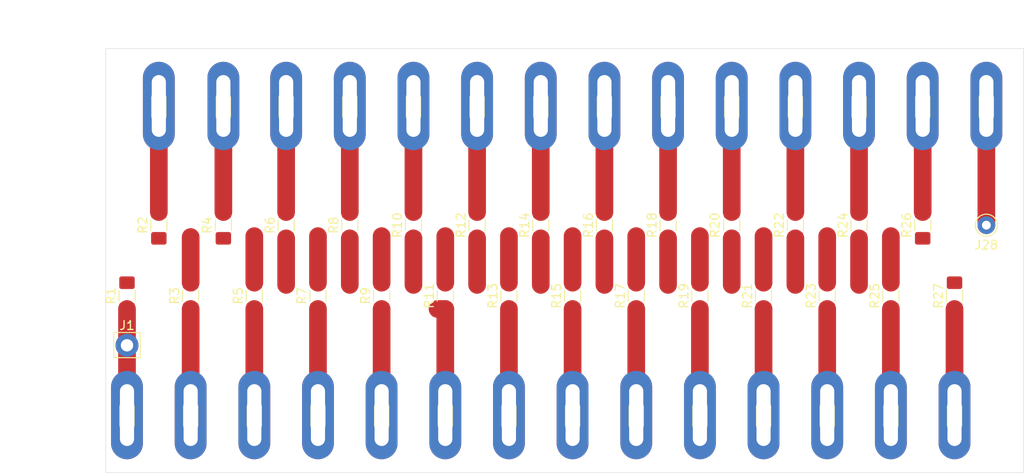
<source format=kicad_pcb>
(kicad_pcb (version 20171130) (host pcbnew "(5.1.5-0)")

  (general
    (thickness 1.6)
    (drawings 12)
    (tracks 52)
    (zones 0)
    (modules 57)
    (nets 29)
  )

  (page A4)
  (layers
    (0 F.Cu signal)
    (31 B.Cu signal)
    (32 B.Adhes user)
    (33 F.Adhes user)
    (34 B.Paste user)
    (35 F.Paste user)
    (36 B.SilkS user)
    (37 F.SilkS user)
    (38 B.Mask user)
    (39 F.Mask user)
    (40 Dwgs.User user)
    (41 Cmts.User user)
    (42 Eco1.User user)
    (43 Eco2.User user)
    (44 Edge.Cuts user)
    (45 Margin user)
    (46 B.CrtYd user)
    (47 F.CrtYd user)
    (48 B.Fab user)
    (49 F.Fab user hide)
  )

  (setup
    (last_trace_width 2)
    (user_trace_width 1.5)
    (user_trace_width 2)
    (trace_clearance 0.2)
    (zone_clearance 0.508)
    (zone_45_only no)
    (trace_min 0.2)
    (via_size 0.8)
    (via_drill 0.4)
    (via_min_size 0.4)
    (via_min_drill 0.3)
    (uvia_size 0.3)
    (uvia_drill 0.1)
    (uvias_allowed no)
    (uvia_min_size 0.2)
    (uvia_min_drill 0.1)
    (edge_width 0.05)
    (segment_width 0.2)
    (pcb_text_width 0.3)
    (pcb_text_size 1.5 1.5)
    (mod_edge_width 0.12)
    (mod_text_size 1 1)
    (mod_text_width 0.15)
    (pad_size 3 10)
    (pad_drill 1.6)
    (pad_to_mask_clearance 0.051)
    (solder_mask_min_width 0.25)
    (aux_axis_origin 0 0)
    (visible_elements FFFFFF7F)
    (pcbplotparams
      (layerselection 0x010fc_ffffffff)
      (usegerberextensions false)
      (usegerberattributes false)
      (usegerberadvancedattributes false)
      (creategerberjobfile false)
      (excludeedgelayer true)
      (linewidth 0.100000)
      (plotframeref false)
      (viasonmask false)
      (mode 1)
      (useauxorigin false)
      (hpglpennumber 1)
      (hpglpenspeed 20)
      (hpglpendiameter 15.000000)
      (psnegative false)
      (psa4output false)
      (plotreference true)
      (plotvalue true)
      (plotinvisibletext false)
      (padsonsilk false)
      (subtractmaskfromsilk false)
      (outputformat 1)
      (mirror false)
      (drillshape 1)
      (scaleselection 1)
      (outputdirectory ""))
  )

  (net 0 "")
  (net 1 "Net-(E2-Pad1)")
  (net 2 "Net-(E3-Pad1)")
  (net 3 "Net-(E4-Pad1)")
  (net 4 "Net-(E5-Pad1)")
  (net 5 "Net-(E6-Pad1)")
  (net 6 "Net-(E7-Pad1)")
  (net 7 "Net-(E8-Pad1)")
  (net 8 "Net-(E9-Pad1)")
  (net 9 "Net-(E10-Pad1)")
  (net 10 "Net-(E11-Pad1)")
  (net 11 "Net-(E12-Pad1)")
  (net 12 "Net-(E13-Pad1)")
  (net 13 "Net-(E14-Pad1)")
  (net 14 "Net-(E16-Pad1)")
  (net 15 "Net-(E17-Pad1)")
  (net 16 "Net-(E18-Pad1)")
  (net 17 "Net-(E19-Pad1)")
  (net 18 "Net-(E20-Pad1)")
  (net 19 "Net-(E21-Pad1)")
  (net 20 "Net-(E22-Pad1)")
  (net 21 "Net-(E23-Pad1)")
  (net 22 "Net-(E24-Pad1)")
  (net 23 "Net-(E25-Pad1)")
  (net 24 "Net-(E26-Pad1)")
  (net 25 "Net-(E27-Pad1)")
  (net 26 TRI-STATE)
  (net 27 "Net-(E15-Pad1)")
  (net 28 DESOLVATION)

  (net_class Default "Ceci est la Netclass par défaut."
    (clearance 0.2)
    (trace_width 0.25)
    (via_dia 0.8)
    (via_drill 0.4)
    (uvia_dia 0.3)
    (uvia_drill 0.1)
    (add_net DESOLVATION)
    (add_net "Net-(E10-Pad1)")
    (add_net "Net-(E11-Pad1)")
    (add_net "Net-(E12-Pad1)")
    (add_net "Net-(E13-Pad1)")
    (add_net "Net-(E14-Pad1)")
    (add_net "Net-(E15-Pad1)")
    (add_net "Net-(E16-Pad1)")
    (add_net "Net-(E17-Pad1)")
    (add_net "Net-(E18-Pad1)")
    (add_net "Net-(E19-Pad1)")
    (add_net "Net-(E2-Pad1)")
    (add_net "Net-(E20-Pad1)")
    (add_net "Net-(E21-Pad1)")
    (add_net "Net-(E22-Pad1)")
    (add_net "Net-(E23-Pad1)")
    (add_net "Net-(E24-Pad1)")
    (add_net "Net-(E25-Pad1)")
    (add_net "Net-(E26-Pad1)")
    (add_net "Net-(E27-Pad1)")
    (add_net "Net-(E3-Pad1)")
    (add_net "Net-(E4-Pad1)")
    (add_net "Net-(E5-Pad1)")
    (add_net "Net-(E6-Pad1)")
    (add_net "Net-(E7-Pad1)")
    (add_net "Net-(E8-Pad1)")
    (add_net "Net-(E9-Pad1)")
    (add_net TRI-STATE)
  )

  (module Connector_Pin:Pin_D1.0mm_L10.0mm (layer F.Cu) (tedit 5A1DC084) (tstamp 5E6695D0)
    (at 148.6 72)
    (descr "solder Pin_ diameter 1.0mm, hole diameter 1.0mm (press fit), length 10.0mm")
    (tags "solder Pin_ press fit")
    (path /5E787D7D)
    (fp_text reference J28 (at 0 2.25) (layer F.SilkS)
      (effects (font (size 1 1) (thickness 0.15)))
    )
    (fp_text value Electr. (at 0 -2.05) (layer F.Fab)
      (effects (font (size 1 1) (thickness 0.15)))
    )
    (fp_circle (center 0 0) (end 1.25 0.05) (layer F.SilkS) (width 0.12))
    (fp_circle (center 0 0) (end 1 0) (layer F.Fab) (width 0.12))
    (fp_circle (center 0 0) (end 0.5 0) (layer F.Fab) (width 0.12))
    (fp_circle (center 0 0) (end 1.5 0) (layer F.CrtYd) (width 0.05))
    (fp_text user %R (at 0 2.25) (layer F.Fab)
      (effects (font (size 1 1) (thickness 0.15)))
    )
    (pad 1 thru_hole circle (at 0 0) (size 2 2) (drill 1) (layers *.Cu *.Mask)
      (net 26 TRI-STATE))
    (model ${KISYS3DMOD}/Connector_Pin.3dshapes/Pin_D1.0mm_L10.0mm.wrl
      (at (xyz 0 0 0))
      (scale (xyz 1 1 1))
      (rotate (xyz 0 0 0))
    )
  )

  (module Connector_Pin:Pin_D1.4mm_L8.5mm_W2.8mm_FlatFork (layer F.Cu) (tedit 5C89BF14) (tstamp 5E63FA2B)
    (at 51.4 85.6 180)
    (descr "solder Pin_ with flat with fork, hole diameter 1.4mm, length 8.5mm, width 2.8mm, e.g. Ettinger 13.13.890, https://katalog.ettinger.de/#p=434")
    (tags "solder Pin_ with flat fork")
    (path /5E64177D)
    (fp_text reference J1 (at 0 2.25) (layer F.SilkS)
      (effects (font (size 1 1) (thickness 0.15)))
    )
    (fp_text value 10kV (at 0 -2.05) (layer F.Fab)
      (effects (font (size 1 1) (thickness 0.15)))
    )
    (fp_line (start 1.9 1.8) (end -1.9 1.8) (layer F.CrtYd) (width 0.05))
    (fp_line (start 1.9 1.8) (end 1.9 -1.8) (layer F.CrtYd) (width 0.05))
    (fp_line (start -1.9 -1.8) (end -1.9 1.8) (layer F.CrtYd) (width 0.05))
    (fp_line (start -1.9 -1.8) (end 1.9 -1.8) (layer F.CrtYd) (width 0.05))
    (fp_line (start -1.4 0.25) (end -1.4 -0.25) (layer F.Fab) (width 0.1))
    (fp_line (start 1.4 -0.25) (end 1.4 0.25) (layer F.Fab) (width 0.1))
    (fp_line (start -1.5 1.45) (end 1.5 1.45) (layer F.SilkS) (width 0.12))
    (fp_line (start -1.5 -1.4) (end -1.5 1.45) (layer F.SilkS) (width 0.12))
    (fp_line (start 1.5 -1.4) (end 1.5 1.45) (layer F.SilkS) (width 0.12))
    (fp_line (start -1.5 -1.4) (end 1.5 -1.4) (layer F.SilkS) (width 0.12))
    (fp_line (start -1.4 -0.25) (end 1.4 -0.25) (layer F.Fab) (width 0.1))
    (fp_line (start 1.4 0.25) (end -1.4 0.25) (layer F.Fab) (width 0.1))
    (fp_text user %R (at 0 2.25) (layer F.Fab)
      (effects (font (size 1 1) (thickness 0.15)))
    )
    (pad 1 thru_hole circle (at 0 0 180) (size 2.6 2.6) (drill 1.4) (layers *.Cu *.Mask)
      (net 28 DESOLVATION))
    (model ${KISYS3DMOD}/Connector_Pin.3dshapes/Pin_D1.4mm_L8.5mm_W2.8mm_FlatFork.wrl
      (at (xyz 0 0 0))
      (scale (xyz 1 1 1))
      (rotate (xyz 0 0 0))
    )
  )

  (module Connector:Pad_for_electrode (layer F.Cu) (tedit 5E63AC58) (tstamp 5E66A40F)
    (at 51.4 93.6)
    (path /5E89808E)
    (fp_text reference E1 (at 0.5 6.9) (layer F.SilkS) hide
      (effects (font (size 1 1) (thickness 0.15)))
    )
    (fp_text value Electr. (at 0.1 8) (layer F.Fab)
      (effects (font (size 1 1) (thickness 0.15)))
    )
    (fp_arc (start 0 1) (end -0.8 1) (angle -180) (layer F.SilkS) (width 0.12))
    (fp_arc (start 0 -1) (end 0.8 -1) (angle -180) (layer F.SilkS) (width 0.12))
    (fp_line (start 0.8 -1) (end 0.8 1) (layer F.SilkS) (width 0.12))
    (fp_line (start -0.8 1) (end -0.8 -1) (layer F.SilkS) (width 0.12))
    (pad 1 thru_hole oval (at 0 -0.1) (size 3.6 10) (drill oval 1.6 7) (layers *.Cu *.Mask)
      (net 28 DESOLVATION))
  )

  (module Resistor_SMD:R_1206_3216Metric_Pad1.42x1.75mm_HandSolder (layer F.Cu) (tedit 5B301BBD) (tstamp 5E637879)
    (at 51.4 80 90)
    (descr "Resistor SMD 1206 (3216 Metric), square (rectangular) end terminal, IPC_7351 nominal with elongated pad for handsoldering. (Body size source: http://www.tortai-tech.com/upload/download/2011102023233369053.pdf), generated with kicad-footprint-generator")
    (tags "resistor handsolder")
    (path /5F217034)
    (attr smd)
    (fp_text reference R1 (at 0 -1.82 90) (layer F.SilkS)
      (effects (font (size 1 1) (thickness 0.15)))
    )
    (fp_text value 10M (at 0 1.82 90) (layer F.Fab)
      (effects (font (size 1 1) (thickness 0.15)))
    )
    (fp_text user %R (at 0 0 90) (layer F.Fab)
      (effects (font (size 0.8 0.8) (thickness 0.12)))
    )
    (fp_line (start 2.45 1.12) (end -2.45 1.12) (layer F.CrtYd) (width 0.05))
    (fp_line (start 2.45 -1.12) (end 2.45 1.12) (layer F.CrtYd) (width 0.05))
    (fp_line (start -2.45 -1.12) (end 2.45 -1.12) (layer F.CrtYd) (width 0.05))
    (fp_line (start -2.45 1.12) (end -2.45 -1.12) (layer F.CrtYd) (width 0.05))
    (fp_line (start -0.602064 0.91) (end 0.602064 0.91) (layer F.SilkS) (width 0.12))
    (fp_line (start -0.602064 -0.91) (end 0.602064 -0.91) (layer F.SilkS) (width 0.12))
    (fp_line (start 1.6 0.8) (end -1.6 0.8) (layer F.Fab) (width 0.1))
    (fp_line (start 1.6 -0.8) (end 1.6 0.8) (layer F.Fab) (width 0.1))
    (fp_line (start -1.6 -0.8) (end 1.6 -0.8) (layer F.Fab) (width 0.1))
    (fp_line (start -1.6 0.8) (end -1.6 -0.8) (layer F.Fab) (width 0.1))
    (pad 2 smd roundrect (at 1.4875 0 90) (size 1.425 1.75) (layers F.Cu F.Paste F.Mask) (roundrect_rratio 0.175439)
      (net 1 "Net-(E2-Pad1)"))
    (pad 1 smd roundrect (at -1.4875 0 90) (size 1.425 1.75) (layers F.Cu F.Paste F.Mask) (roundrect_rratio 0.175439)
      (net 28 DESOLVATION))
    (model ${KISYS3DMOD}/Resistor_SMD.3dshapes/R_1206_3216Metric.wrl
      (at (xyz 0 0 0))
      (scale (xyz 1 1 1))
      (rotate (xyz 0 0 0))
    )
  )

  (module Connector:Pad_for_electrode (layer F.Cu) (tedit 5E63AC58) (tstamp 5E649CF8)
    (at 148.6 58.6)
    (path /5E71E8C9)
    (fp_text reference E28 (at 0.5 6.9) (layer F.SilkS) hide
      (effects (font (size 1 1) (thickness 0.15)))
    )
    (fp_text value Electr. (at 0.1 8) (layer F.Fab)
      (effects (font (size 1 1) (thickness 0.15)))
    )
    (fp_arc (start 0 1) (end -0.8 1) (angle -180) (layer F.SilkS) (width 0.12))
    (fp_arc (start 0 -1) (end 0.8 -1) (angle -180) (layer F.SilkS) (width 0.12))
    (fp_line (start 0.8 -1) (end 0.8 1) (layer F.SilkS) (width 0.12))
    (fp_line (start -0.8 1) (end -0.8 -1) (layer F.SilkS) (width 0.12))
    (pad 1 thru_hole oval (at 0 -0.1) (size 3.6 10) (drill oval 1.6 7) (layers *.Cu *.Mask)
      (net 26 TRI-STATE))
  )

  (module Connector:Pad_for_electrode (layer F.Cu) (tedit 5E63AC58) (tstamp 5E649CEF)
    (at 141.4 58.6)
    (path /5E71E1B6)
    (fp_text reference E26 (at 0.5 6.9) (layer F.SilkS) hide
      (effects (font (size 1 1) (thickness 0.15)))
    )
    (fp_text value Electr. (at 0.1 8) (layer F.Fab)
      (effects (font (size 1 1) (thickness 0.15)))
    )
    (fp_arc (start 0 1) (end -0.8 1) (angle -180) (layer F.SilkS) (width 0.12))
    (fp_arc (start 0 -1) (end 0.8 -1) (angle -180) (layer F.SilkS) (width 0.12))
    (fp_line (start 0.8 -1) (end 0.8 1) (layer F.SilkS) (width 0.12))
    (fp_line (start -0.8 1) (end -0.8 -1) (layer F.SilkS) (width 0.12))
    (pad 1 thru_hole oval (at 0 -0.1) (size 3.6 10) (drill oval 1.6 7) (layers *.Cu *.Mask)
      (net 24 "Net-(E26-Pad1)"))
  )

  (module Connector:Pad_for_electrode (layer F.Cu) (tedit 5E63AC58) (tstamp 5E649CE6)
    (at 134.2 58.6)
    (path /5E71DF8E)
    (fp_text reference E24 (at 0.5 6.9) (layer F.SilkS) hide
      (effects (font (size 1 1) (thickness 0.15)))
    )
    (fp_text value Electr. (at 0.1 8) (layer F.Fab)
      (effects (font (size 1 1) (thickness 0.15)))
    )
    (fp_arc (start 0 1) (end -0.8 1) (angle -180) (layer F.SilkS) (width 0.12))
    (fp_arc (start 0 -1) (end 0.8 -1) (angle -180) (layer F.SilkS) (width 0.12))
    (fp_line (start 0.8 -1) (end 0.8 1) (layer F.SilkS) (width 0.12))
    (fp_line (start -0.8 1) (end -0.8 -1) (layer F.SilkS) (width 0.12))
    (pad 1 thru_hole oval (at 0 -0.1) (size 3.6 10) (drill oval 1.6 7) (layers *.Cu *.Mask)
      (net 22 "Net-(E24-Pad1)"))
  )

  (module Connector:Pad_for_electrode (layer F.Cu) (tedit 5E63AC58) (tstamp 5E649CDD)
    (at 127 58.6)
    (path /5E71D1F1)
    (fp_text reference E22 (at 0.5 6.9) (layer F.SilkS) hide
      (effects (font (size 1 1) (thickness 0.15)))
    )
    (fp_text value Electr. (at 0.1 8) (layer F.Fab)
      (effects (font (size 1 1) (thickness 0.15)))
    )
    (fp_arc (start 0 1) (end -0.8 1) (angle -180) (layer F.SilkS) (width 0.12))
    (fp_arc (start 0 -1) (end 0.8 -1) (angle -180) (layer F.SilkS) (width 0.12))
    (fp_line (start 0.8 -1) (end 0.8 1) (layer F.SilkS) (width 0.12))
    (fp_line (start -0.8 1) (end -0.8 -1) (layer F.SilkS) (width 0.12))
    (pad 1 thru_hole oval (at 0 -0.1) (size 3.6 10) (drill oval 1.6 7) (layers *.Cu *.Mask)
      (net 20 "Net-(E22-Pad1)"))
  )

  (module Connector:Pad_for_electrode (layer F.Cu) (tedit 5E63AC58) (tstamp 5E649CD4)
    (at 119.8 58.6)
    (path /5E71CF21)
    (fp_text reference E20 (at 0.5 6.9) (layer F.SilkS) hide
      (effects (font (size 1 1) (thickness 0.15)))
    )
    (fp_text value Electr. (at 0.1 8) (layer F.Fab)
      (effects (font (size 1 1) (thickness 0.15)))
    )
    (fp_arc (start 0 1) (end -0.8 1) (angle -180) (layer F.SilkS) (width 0.12))
    (fp_arc (start 0 -1) (end 0.8 -1) (angle -180) (layer F.SilkS) (width 0.12))
    (fp_line (start 0.8 -1) (end 0.8 1) (layer F.SilkS) (width 0.12))
    (fp_line (start -0.8 1) (end -0.8 -1) (layer F.SilkS) (width 0.12))
    (pad 1 thru_hole oval (at 0 -0.1) (size 3.6 10) (drill oval 1.6 7) (layers *.Cu *.Mask)
      (net 18 "Net-(E20-Pad1)"))
  )

  (module Connector:Pad_for_electrode (layer F.Cu) (tedit 5E63AC58) (tstamp 5E649CCB)
    (at 112.6 58.6)
    (path /5E71CB01)
    (fp_text reference E18 (at 0.5 6.9) (layer F.SilkS) hide
      (effects (font (size 1 1) (thickness 0.15)))
    )
    (fp_text value Electr. (at 0.1 8) (layer F.Fab)
      (effects (font (size 1 1) (thickness 0.15)))
    )
    (fp_arc (start 0 1) (end -0.8 1) (angle -180) (layer F.SilkS) (width 0.12))
    (fp_arc (start 0 -1) (end 0.8 -1) (angle -180) (layer F.SilkS) (width 0.12))
    (fp_line (start 0.8 -1) (end 0.8 1) (layer F.SilkS) (width 0.12))
    (fp_line (start -0.8 1) (end -0.8 -1) (layer F.SilkS) (width 0.12))
    (pad 1 thru_hole oval (at 0 -0.1) (size 3.6 10) (drill oval 1.6 7) (layers *.Cu *.Mask)
      (net 16 "Net-(E18-Pad1)"))
  )

  (module Connector:Pad_for_electrode (layer F.Cu) (tedit 5E63AC58) (tstamp 5E649CC2)
    (at 105.4 58.6)
    (path /5E71C870)
    (fp_text reference E16 (at 0.5 6.9) (layer F.SilkS) hide
      (effects (font (size 1 1) (thickness 0.15)))
    )
    (fp_text value Electr. (at 0.1 8) (layer F.Fab)
      (effects (font (size 1 1) (thickness 0.15)))
    )
    (fp_arc (start 0 1) (end -0.8 1) (angle -180) (layer F.SilkS) (width 0.12))
    (fp_arc (start 0 -1) (end 0.8 -1) (angle -180) (layer F.SilkS) (width 0.12))
    (fp_line (start 0.8 -1) (end 0.8 1) (layer F.SilkS) (width 0.12))
    (fp_line (start -0.8 1) (end -0.8 -1) (layer F.SilkS) (width 0.12))
    (pad 1 thru_hole oval (at 0 -0.1) (size 3.6 10) (drill oval 1.6 7) (layers *.Cu *.Mask)
      (net 14 "Net-(E16-Pad1)"))
  )

  (module Connector:Pad_for_electrode (layer F.Cu) (tedit 5E63AC58) (tstamp 5E649CB9)
    (at 98.2 58.6)
    (path /5E71C50D)
    (fp_text reference E14 (at 0.5 6.9) (layer F.SilkS) hide
      (effects (font (size 1 1) (thickness 0.15)))
    )
    (fp_text value Electr. (at 0.1 8) (layer F.Fab)
      (effects (font (size 1 1) (thickness 0.15)))
    )
    (fp_arc (start 0 1) (end -0.8 1) (angle -180) (layer F.SilkS) (width 0.12))
    (fp_arc (start 0 -1) (end 0.8 -1) (angle -180) (layer F.SilkS) (width 0.12))
    (fp_line (start 0.8 -1) (end 0.8 1) (layer F.SilkS) (width 0.12))
    (fp_line (start -0.8 1) (end -0.8 -1) (layer F.SilkS) (width 0.12))
    (pad 1 thru_hole oval (at 0 -0.1) (size 3.6 10) (drill oval 1.6 7) (layers *.Cu *.Mask)
      (net 13 "Net-(E14-Pad1)"))
  )

  (module Connector:Pad_for_electrode (layer F.Cu) (tedit 5E63AC58) (tstamp 5E649CB0)
    (at 91 58.6)
    (path /5E71C267)
    (fp_text reference E12 (at 0.5 6.9) (layer F.SilkS) hide
      (effects (font (size 1 1) (thickness 0.15)))
    )
    (fp_text value Electr. (at 0.1 8) (layer F.Fab)
      (effects (font (size 1 1) (thickness 0.15)))
    )
    (fp_arc (start 0 1) (end -0.8 1) (angle -180) (layer F.SilkS) (width 0.12))
    (fp_arc (start 0 -1) (end 0.8 -1) (angle -180) (layer F.SilkS) (width 0.12))
    (fp_line (start 0.8 -1) (end 0.8 1) (layer F.SilkS) (width 0.12))
    (fp_line (start -0.8 1) (end -0.8 -1) (layer F.SilkS) (width 0.12))
    (pad 1 thru_hole oval (at 0 -0.1) (size 3.6 10) (drill oval 1.6 7) (layers *.Cu *.Mask)
      (net 11 "Net-(E12-Pad1)"))
  )

  (module Connector:Pad_for_electrode (layer F.Cu) (tedit 5E63AC58) (tstamp 5E649CA7)
    (at 83.8 58.6)
    (path /5E71BFC1)
    (fp_text reference E10 (at 0.5 6.9) (layer F.SilkS) hide
      (effects (font (size 1 1) (thickness 0.15)))
    )
    (fp_text value Electr. (at 0.1 8) (layer F.Fab)
      (effects (font (size 1 1) (thickness 0.15)))
    )
    (fp_arc (start 0 1) (end -0.8 1) (angle -180) (layer F.SilkS) (width 0.12))
    (fp_arc (start 0 -1) (end 0.8 -1) (angle -180) (layer F.SilkS) (width 0.12))
    (fp_line (start 0.8 -1) (end 0.8 1) (layer F.SilkS) (width 0.12))
    (fp_line (start -0.8 1) (end -0.8 -1) (layer F.SilkS) (width 0.12))
    (pad 1 thru_hole oval (at 0 -0.1) (size 3.6 10) (drill oval 1.6 7) (layers *.Cu *.Mask)
      (net 9 "Net-(E10-Pad1)"))
  )

  (module Connector:Pad_for_electrode (layer F.Cu) (tedit 5E63AC58) (tstamp 5E649C9E)
    (at 76.6 58.6)
    (path /5E71BC5E)
    (fp_text reference E8 (at 0.5 6.9) (layer F.SilkS) hide
      (effects (font (size 1 1) (thickness 0.15)))
    )
    (fp_text value Electr. (at 0.1 8) (layer F.Fab)
      (effects (font (size 1 1) (thickness 0.15)))
    )
    (fp_arc (start 0 1) (end -0.8 1) (angle -180) (layer F.SilkS) (width 0.12))
    (fp_arc (start 0 -1) (end 0.8 -1) (angle -180) (layer F.SilkS) (width 0.12))
    (fp_line (start 0.8 -1) (end 0.8 1) (layer F.SilkS) (width 0.12))
    (fp_line (start -0.8 1) (end -0.8 -1) (layer F.SilkS) (width 0.12))
    (pad 1 thru_hole oval (at 0 -0.1) (size 3.6 10) (drill oval 1.6 7) (layers *.Cu *.Mask)
      (net 7 "Net-(E8-Pad1)"))
  )

  (module Connector:Pad_for_electrode (layer F.Cu) (tedit 5E63AC58) (tstamp 5E649C95)
    (at 69.4 58.6)
    (path /5E71B94F)
    (fp_text reference E6 (at 0.5 6.9) (layer F.SilkS) hide
      (effects (font (size 1 1) (thickness 0.15)))
    )
    (fp_text value Electr. (at 0.1 8) (layer F.Fab)
      (effects (font (size 1 1) (thickness 0.15)))
    )
    (fp_arc (start 0 1) (end -0.8 1) (angle -180) (layer F.SilkS) (width 0.12))
    (fp_arc (start 0 -1) (end 0.8 -1) (angle -180) (layer F.SilkS) (width 0.12))
    (fp_line (start 0.8 -1) (end 0.8 1) (layer F.SilkS) (width 0.12))
    (fp_line (start -0.8 1) (end -0.8 -1) (layer F.SilkS) (width 0.12))
    (pad 1 thru_hole oval (at 0 -0.1) (size 3.6 10) (drill oval 1.6 7) (layers *.Cu *.Mask)
      (net 5 "Net-(E6-Pad1)"))
  )

  (module Connector:Pad_for_electrode (layer F.Cu) (tedit 5E63AC58) (tstamp 5E649C8C)
    (at 62.3 58.6)
    (path /5E71AB9C)
    (fp_text reference E4 (at 0.5 6.9) (layer F.SilkS) hide
      (effects (font (size 1 1) (thickness 0.15)))
    )
    (fp_text value Electr. (at 0.1 8) (layer F.Fab)
      (effects (font (size 1 1) (thickness 0.15)))
    )
    (fp_arc (start 0 1) (end -0.8 1) (angle -180) (layer F.SilkS) (width 0.12))
    (fp_arc (start 0 -1) (end 0.8 -1) (angle -180) (layer F.SilkS) (width 0.12))
    (fp_line (start 0.8 -1) (end 0.8 1) (layer F.SilkS) (width 0.12))
    (fp_line (start -0.8 1) (end -0.8 -1) (layer F.SilkS) (width 0.12))
    (pad 1 thru_hole oval (at 0 -0.1) (size 3.6 10) (drill oval 1.6 7) (layers *.Cu *.Mask)
      (net 3 "Net-(E4-Pad1)"))
  )

  (module Connector:Pad_for_electrode (layer F.Cu) (tedit 5E63AC58) (tstamp 5E649C83)
    (at 55 58.6)
    (path /5E719ED6)
    (fp_text reference E2 (at 0.5 6.9) (layer F.SilkS) hide
      (effects (font (size 1 1) (thickness 0.15)))
    )
    (fp_text value Electr. (at 0.1 8) (layer F.Fab)
      (effects (font (size 1 1) (thickness 0.15)))
    )
    (fp_arc (start 0 1) (end -0.8 1) (angle -180) (layer F.SilkS) (width 0.12))
    (fp_arc (start 0 -1) (end 0.8 -1) (angle -180) (layer F.SilkS) (width 0.12))
    (fp_line (start 0.8 -1) (end 0.8 1) (layer F.SilkS) (width 0.12))
    (fp_line (start -0.8 1) (end -0.8 -1) (layer F.SilkS) (width 0.12))
    (pad 1 thru_hole oval (at 0 -0.1) (size 3.6 10) (drill oval 1.6 7) (layers *.Cu *.Mask)
      (net 1 "Net-(E2-Pad1)"))
  )

  (module Connector:Pad_for_electrode (layer F.Cu) (tedit 5E63AC58) (tstamp 5E649C71)
    (at 145 93.6)
    (path /5E71955B)
    (fp_text reference E27 (at 0.5 6.9) (layer F.SilkS) hide
      (effects (font (size 1 1) (thickness 0.15)))
    )
    (fp_text value Electr. (at 0.1 8) (layer F.Fab)
      (effects (font (size 1 1) (thickness 0.15)))
    )
    (fp_line (start -0.8 1) (end -0.8 -1) (layer F.SilkS) (width 0.12))
    (fp_line (start 0.8 -1) (end 0.8 1) (layer F.SilkS) (width 0.12))
    (fp_arc (start 0 -1) (end 0.8 -1) (angle -180) (layer F.SilkS) (width 0.12))
    (fp_arc (start 0 1) (end -0.8 1) (angle -180) (layer F.SilkS) (width 0.12))
    (pad 1 thru_hole oval (at 0 -0.1) (size 3.6 10) (drill oval 1.6 7) (layers *.Cu *.Mask)
      (net 25 "Net-(E27-Pad1)"))
  )

  (module Connector:Pad_for_electrode (layer F.Cu) (tedit 5E63AC58) (tstamp 5E649C68)
    (at 137.8 93.6)
    (path /5E71918F)
    (fp_text reference E25 (at 0.5 6.9) (layer F.SilkS) hide
      (effects (font (size 1 1) (thickness 0.15)))
    )
    (fp_text value Electr. (at 0.1 8) (layer F.Fab)
      (effects (font (size 1 1) (thickness 0.15)))
    )
    (fp_line (start -0.8 1) (end -0.8 -1) (layer F.SilkS) (width 0.12))
    (fp_line (start 0.8 -1) (end 0.8 1) (layer F.SilkS) (width 0.12))
    (fp_arc (start 0 -1) (end 0.8 -1) (angle -180) (layer F.SilkS) (width 0.12))
    (fp_arc (start 0 1) (end -0.8 1) (angle -180) (layer F.SilkS) (width 0.12))
    (pad 1 thru_hole oval (at 0 -0.1) (size 3.6 10) (drill oval 1.6 7) (layers *.Cu *.Mask)
      (net 23 "Net-(E25-Pad1)"))
  )

  (module Connector:Pad_for_electrode (layer F.Cu) (tedit 5E63AC58) (tstamp 5E649C5F)
    (at 130.6 93.6)
    (path /5E718EFE)
    (fp_text reference E23 (at 0.5 6.9) (layer F.SilkS) hide
      (effects (font (size 1 1) (thickness 0.15)))
    )
    (fp_text value Electr. (at 0.1 8) (layer F.Fab)
      (effects (font (size 1 1) (thickness 0.15)))
    )
    (fp_line (start -0.8 1) (end -0.8 -1) (layer F.SilkS) (width 0.12))
    (fp_line (start 0.8 -1) (end 0.8 1) (layer F.SilkS) (width 0.12))
    (fp_arc (start 0 -1) (end 0.8 -1) (angle -180) (layer F.SilkS) (width 0.12))
    (fp_arc (start 0 1) (end -0.8 1) (angle -180) (layer F.SilkS) (width 0.12))
    (pad 1 thru_hole oval (at 0 -0.1) (size 3.6 10) (drill oval 1.6 7) (layers *.Cu *.Mask)
      (net 21 "Net-(E23-Pad1)"))
  )

  (module Connector:Pad_for_electrode (layer F.Cu) (tedit 5E63AC58) (tstamp 5E649C56)
    (at 123.4 93.6)
    (path /5E718B5C)
    (fp_text reference E21 (at 0.5 6.9) (layer F.SilkS) hide
      (effects (font (size 1 1) (thickness 0.15)))
    )
    (fp_text value Electr. (at 0.1 8) (layer F.Fab)
      (effects (font (size 1 1) (thickness 0.15)))
    )
    (fp_line (start -0.8 1) (end -0.8 -1) (layer F.SilkS) (width 0.12))
    (fp_line (start 0.8 -1) (end 0.8 1) (layer F.SilkS) (width 0.12))
    (fp_arc (start 0 -1) (end 0.8 -1) (angle -180) (layer F.SilkS) (width 0.12))
    (fp_arc (start 0 1) (end -0.8 1) (angle -180) (layer F.SilkS) (width 0.12))
    (pad 1 thru_hole oval (at 0 -0.1) (size 3.6 10) (drill oval 1.6 7) (layers *.Cu *.Mask)
      (net 19 "Net-(E21-Pad1)"))
  )

  (module Connector:Pad_for_electrode (layer F.Cu) (tedit 5E63AC58) (tstamp 5E649C4D)
    (at 116.2 93.6)
    (path /5E718766)
    (fp_text reference E19 (at 0.5 6.9) (layer F.SilkS) hide
      (effects (font (size 1 1) (thickness 0.15)))
    )
    (fp_text value Electr. (at 0.1 8) (layer F.Fab)
      (effects (font (size 1 1) (thickness 0.15)))
    )
    (fp_line (start -0.8 1) (end -0.8 -1) (layer F.SilkS) (width 0.12))
    (fp_line (start 0.8 -1) (end 0.8 1) (layer F.SilkS) (width 0.12))
    (fp_arc (start 0 -1) (end 0.8 -1) (angle -180) (layer F.SilkS) (width 0.12))
    (fp_arc (start 0 1) (end -0.8 1) (angle -180) (layer F.SilkS) (width 0.12))
    (pad 1 thru_hole oval (at 0 -0.1) (size 3.6 10) (drill oval 1.6 7) (layers *.Cu *.Mask)
      (net 17 "Net-(E19-Pad1)"))
  )

  (module Connector:Pad_for_electrode (layer F.Cu) (tedit 5E63AC58) (tstamp 5E649C44)
    (at 109 93.6)
    (path /5E71835B)
    (fp_text reference E17 (at 0.5 6.9) (layer F.SilkS) hide
      (effects (font (size 1 1) (thickness 0.15)))
    )
    (fp_text value Electr. (at 0.1 8) (layer F.Fab)
      (effects (font (size 1 1) (thickness 0.15)))
    )
    (fp_line (start -0.8 1) (end -0.8 -1) (layer F.SilkS) (width 0.12))
    (fp_line (start 0.8 -1) (end 0.8 1) (layer F.SilkS) (width 0.12))
    (fp_arc (start 0 -1) (end 0.8 -1) (angle -180) (layer F.SilkS) (width 0.12))
    (fp_arc (start 0 1) (end -0.8 1) (angle -180) (layer F.SilkS) (width 0.12))
    (pad 1 thru_hole oval (at 0 -0.1) (size 3.6 10) (drill oval 1.6 7) (layers *.Cu *.Mask)
      (net 15 "Net-(E17-Pad1)"))
  )

  (module Connector:Pad_for_electrode (layer F.Cu) (tedit 5E63AC58) (tstamp 5E649C3B)
    (at 101.8 93.6)
    (path /5E717F26)
    (fp_text reference E15 (at 0.5 6.9) (layer F.SilkS) hide
      (effects (font (size 1 1) (thickness 0.15)))
    )
    (fp_text value Electr. (at 0.1 8) (layer F.Fab)
      (effects (font (size 1 1) (thickness 0.15)))
    )
    (fp_line (start -0.8 1) (end -0.8 -1) (layer F.SilkS) (width 0.12))
    (fp_line (start 0.8 -1) (end 0.8 1) (layer F.SilkS) (width 0.12))
    (fp_arc (start 0 -1) (end 0.8 -1) (angle -180) (layer F.SilkS) (width 0.12))
    (fp_arc (start 0 1) (end -0.8 1) (angle -180) (layer F.SilkS) (width 0.12))
    (pad 1 thru_hole oval (at 0 -0.1) (size 3.6 10) (drill oval 1.6 7) (layers *.Cu *.Mask)
      (net 27 "Net-(E15-Pad1)"))
  )

  (module Connector:Pad_for_electrode (layer F.Cu) (tedit 5E63AC58) (tstamp 5E649C32)
    (at 94.6 93.6)
    (path /5E717A5E)
    (fp_text reference E13 (at 0.5 6.9) (layer F.SilkS) hide
      (effects (font (size 1 1) (thickness 0.15)))
    )
    (fp_text value Electr. (at 0.1 8) (layer F.Fab)
      (effects (font (size 1 1) (thickness 0.15)))
    )
    (fp_line (start -0.8 1) (end -0.8 -1) (layer F.SilkS) (width 0.12))
    (fp_line (start 0.8 -1) (end 0.8 1) (layer F.SilkS) (width 0.12))
    (fp_arc (start 0 -1) (end 0.8 -1) (angle -180) (layer F.SilkS) (width 0.12))
    (fp_arc (start 0 1) (end -0.8 1) (angle -180) (layer F.SilkS) (width 0.12))
    (pad 1 thru_hole oval (at 0 -0.1) (size 3.6 10) (drill oval 1.6 7) (layers *.Cu *.Mask)
      (net 12 "Net-(E13-Pad1)"))
  )

  (module Connector:Pad_for_electrode (layer F.Cu) (tedit 5E63AC58) (tstamp 5E649C29)
    (at 87.4 93.6)
    (path /5E7177F7)
    (fp_text reference E11 (at 0.5 6.9) (layer F.SilkS) hide
      (effects (font (size 1 1) (thickness 0.15)))
    )
    (fp_text value Electr. (at 0.1 8) (layer F.Fab)
      (effects (font (size 1 1) (thickness 0.15)))
    )
    (fp_line (start -0.8 1) (end -0.8 -1) (layer F.SilkS) (width 0.12))
    (fp_line (start 0.8 -1) (end 0.8 1) (layer F.SilkS) (width 0.12))
    (fp_arc (start 0 -1) (end 0.8 -1) (angle -180) (layer F.SilkS) (width 0.12))
    (fp_arc (start 0 1) (end -0.8 1) (angle -180) (layer F.SilkS) (width 0.12))
    (pad 1 thru_hole oval (at 0 -0.1) (size 3.6 10) (drill oval 1.6 7) (layers *.Cu *.Mask)
      (net 10 "Net-(E11-Pad1)"))
  )

  (module Connector:Pad_for_electrode (layer F.Cu) (tedit 5E63AC58) (tstamp 5E649C20)
    (at 80.2 93.6)
    (path /5E7174BE)
    (fp_text reference E9 (at 0.5 6.9) (layer F.SilkS) hide
      (effects (font (size 1 1) (thickness 0.15)))
    )
    (fp_text value Electr. (at 0.1 8) (layer F.Fab)
      (effects (font (size 1 1) (thickness 0.15)))
    )
    (fp_line (start -0.8 1) (end -0.8 -1) (layer F.SilkS) (width 0.12))
    (fp_line (start 0.8 -1) (end 0.8 1) (layer F.SilkS) (width 0.12))
    (fp_arc (start 0 -1) (end 0.8 -1) (angle -180) (layer F.SilkS) (width 0.12))
    (fp_arc (start 0 1) (end -0.8 1) (angle -180) (layer F.SilkS) (width 0.12))
    (pad 1 thru_hole oval (at 0 -0.1) (size 3.6 10) (drill oval 1.6 7) (layers *.Cu *.Mask)
      (net 8 "Net-(E9-Pad1)"))
  )

  (module Connector:Pad_for_electrode (layer F.Cu) (tedit 5E63AC58) (tstamp 5E649C17)
    (at 73 93.6)
    (path /5E716F24)
    (fp_text reference E7 (at 0.5 6.9) (layer F.SilkS) hide
      (effects (font (size 1 1) (thickness 0.15)))
    )
    (fp_text value Electr. (at 0.1 8) (layer F.Fab)
      (effects (font (size 1 1) (thickness 0.15)))
    )
    (fp_line (start -0.8 1) (end -0.8 -1) (layer F.SilkS) (width 0.12))
    (fp_line (start 0.8 -1) (end 0.8 1) (layer F.SilkS) (width 0.12))
    (fp_arc (start 0 -1) (end 0.8 -1) (angle -180) (layer F.SilkS) (width 0.12))
    (fp_arc (start 0 1) (end -0.8 1) (angle -180) (layer F.SilkS) (width 0.12))
    (pad 1 thru_hole oval (at 0 -0.1) (size 3.6 10) (drill oval 1.6 7) (layers *.Cu *.Mask)
      (net 6 "Net-(E7-Pad1)"))
  )

  (module Connector:Pad_for_electrode (layer F.Cu) (tedit 5E63AC58) (tstamp 5E649C0E)
    (at 65.8 93.6)
    (path /5E716CE7)
    (fp_text reference E5 (at 0.5 6.9) (layer F.SilkS) hide
      (effects (font (size 1 1) (thickness 0.15)))
    )
    (fp_text value Electr. (at 0.1 8) (layer F.Fab)
      (effects (font (size 1 1) (thickness 0.15)))
    )
    (fp_line (start -0.8 1) (end -0.8 -1) (layer F.SilkS) (width 0.12))
    (fp_line (start 0.8 -1) (end 0.8 1) (layer F.SilkS) (width 0.12))
    (fp_arc (start 0 -1) (end 0.8 -1) (angle -180) (layer F.SilkS) (width 0.12))
    (fp_arc (start 0 1) (end -0.8 1) (angle -180) (layer F.SilkS) (width 0.12))
    (pad 1 thru_hole oval (at 0 -0.1) (size 3.6 10) (drill oval 1.6 7) (layers *.Cu *.Mask)
      (net 4 "Net-(E5-Pad1)"))
  )

  (module Connector:Pad_for_electrode (layer F.Cu) (tedit 5E63AC58) (tstamp 5E649C05)
    (at 58.6 93.6)
    (path /5E716308)
    (fp_text reference E3 (at 0.5 6.9) (layer F.SilkS) hide
      (effects (font (size 1 1) (thickness 0.15)))
    )
    (fp_text value Electr. (at 0.1 8) (layer F.Fab)
      (effects (font (size 1 1) (thickness 0.15)))
    )
    (fp_line (start -0.8 1) (end -0.8 -1) (layer F.SilkS) (width 0.12))
    (fp_line (start 0.8 -1) (end 0.8 1) (layer F.SilkS) (width 0.12))
    (fp_arc (start 0 -1) (end 0.8 -1) (angle -180) (layer F.SilkS) (width 0.12))
    (fp_arc (start 0 1) (end -0.8 1) (angle -180) (layer F.SilkS) (width 0.12))
    (pad 1 thru_hole oval (at 0 -0.1) (size 3.6 10) (drill oval 1.6 7) (layers *.Cu *.Mask)
      (net 2 "Net-(E3-Pad1)"))
  )

  (module Resistor_SMD:R_1206_3216Metric_Pad1.42x1.75mm_HandSolder (layer F.Cu) (tedit 5B301BBD) (tstamp 5E637970)
    (at 145 80 90)
    (descr "Resistor SMD 1206 (3216 Metric), square (rectangular) end terminal, IPC_7351 nominal with elongated pad for handsoldering. (Body size source: http://www.tortai-tech.com/upload/download/2011102023233369053.pdf), generated with kicad-footprint-generator")
    (tags "resistor handsolder")
    (path /5F6B8B05)
    (attr smd)
    (fp_text reference R27 (at 0 -1.82 90) (layer F.SilkS)
      (effects (font (size 1 1) (thickness 0.15)))
    )
    (fp_text value 10M (at 0 1.82 90) (layer F.Fab)
      (effects (font (size 1 1) (thickness 0.15)))
    )
    (fp_text user %R (at 0 0 90) (layer F.Fab)
      (effects (font (size 0.8 0.8) (thickness 0.12)))
    )
    (fp_line (start 2.45 1.12) (end -2.45 1.12) (layer F.CrtYd) (width 0.05))
    (fp_line (start 2.45 -1.12) (end 2.45 1.12) (layer F.CrtYd) (width 0.05))
    (fp_line (start -2.45 -1.12) (end 2.45 -1.12) (layer F.CrtYd) (width 0.05))
    (fp_line (start -2.45 1.12) (end -2.45 -1.12) (layer F.CrtYd) (width 0.05))
    (fp_line (start -0.602064 0.91) (end 0.602064 0.91) (layer F.SilkS) (width 0.12))
    (fp_line (start -0.602064 -0.91) (end 0.602064 -0.91) (layer F.SilkS) (width 0.12))
    (fp_line (start 1.6 0.8) (end -1.6 0.8) (layer F.Fab) (width 0.1))
    (fp_line (start 1.6 -0.8) (end 1.6 0.8) (layer F.Fab) (width 0.1))
    (fp_line (start -1.6 -0.8) (end 1.6 -0.8) (layer F.Fab) (width 0.1))
    (fp_line (start -1.6 0.8) (end -1.6 -0.8) (layer F.Fab) (width 0.1))
    (pad 2 smd roundrect (at 1.4875 0 90) (size 1.425 1.75) (layers F.Cu F.Paste F.Mask) (roundrect_rratio 0.175439)
      (net 26 TRI-STATE))
    (pad 1 smd roundrect (at -1.4875 0 90) (size 1.425 1.75) (layers F.Cu F.Paste F.Mask) (roundrect_rratio 0.175439)
      (net 25 "Net-(E27-Pad1)"))
    (model ${KISYS3DMOD}/Resistor_SMD.3dshapes/R_1206_3216Metric.wrl
      (at (xyz 0 0 0))
      (scale (xyz 1 1 1))
      (rotate (xyz 0 0 0))
    )
  )

  (module Resistor_SMD:R_1206_3216Metric_Pad1.42x1.75mm_HandSolder (layer F.Cu) (tedit 5B301BBD) (tstamp 5E63795D)
    (at 137.8 80 90)
    (descr "Resistor SMD 1206 (3216 Metric), square (rectangular) end terminal, IPC_7351 nominal with elongated pad for handsoldering. (Body size source: http://www.tortai-tech.com/upload/download/2011102023233369053.pdf), generated with kicad-footprint-generator")
    (tags "resistor handsolder")
    (path /5F6B8AFF)
    (attr smd)
    (fp_text reference R25 (at 0 -1.82 90) (layer F.SilkS)
      (effects (font (size 1 1) (thickness 0.15)))
    )
    (fp_text value 10M (at 0 1.82 90) (layer F.Fab)
      (effects (font (size 1 1) (thickness 0.15)))
    )
    (fp_text user %R (at 0 0 90) (layer F.Fab)
      (effects (font (size 0.8 0.8) (thickness 0.12)))
    )
    (fp_line (start 2.45 1.12) (end -2.45 1.12) (layer F.CrtYd) (width 0.05))
    (fp_line (start 2.45 -1.12) (end 2.45 1.12) (layer F.CrtYd) (width 0.05))
    (fp_line (start -2.45 -1.12) (end 2.45 -1.12) (layer F.CrtYd) (width 0.05))
    (fp_line (start -2.45 1.12) (end -2.45 -1.12) (layer F.CrtYd) (width 0.05))
    (fp_line (start -0.602064 0.91) (end 0.602064 0.91) (layer F.SilkS) (width 0.12))
    (fp_line (start -0.602064 -0.91) (end 0.602064 -0.91) (layer F.SilkS) (width 0.12))
    (fp_line (start 1.6 0.8) (end -1.6 0.8) (layer F.Fab) (width 0.1))
    (fp_line (start 1.6 -0.8) (end 1.6 0.8) (layer F.Fab) (width 0.1))
    (fp_line (start -1.6 -0.8) (end 1.6 -0.8) (layer F.Fab) (width 0.1))
    (fp_line (start -1.6 0.8) (end -1.6 -0.8) (layer F.Fab) (width 0.1))
    (pad 2 smd roundrect (at 1.4875 0 90) (size 1.425 1.75) (layers F.Cu F.Paste F.Mask) (roundrect_rratio 0.175439)
      (net 24 "Net-(E26-Pad1)"))
    (pad 1 smd roundrect (at -1.4875 0 90) (size 1.425 1.75) (layers F.Cu F.Paste F.Mask) (roundrect_rratio 0.175439)
      (net 23 "Net-(E25-Pad1)"))
    (model ${KISYS3DMOD}/Resistor_SMD.3dshapes/R_1206_3216Metric.wrl
      (at (xyz 0 0 0))
      (scale (xyz 1 1 1))
      (rotate (xyz 0 0 0))
    )
  )

  (module Resistor_SMD:R_1206_3216Metric_Pad1.42x1.75mm_HandSolder (layer F.Cu) (tedit 5B301BBD) (tstamp 5E63794A)
    (at 130.6 80 90)
    (descr "Resistor SMD 1206 (3216 Metric), square (rectangular) end terminal, IPC_7351 nominal with elongated pad for handsoldering. (Body size source: http://www.tortai-tech.com/upload/download/2011102023233369053.pdf), generated with kicad-footprint-generator")
    (tags "resistor handsolder")
    (path /5F68721F)
    (attr smd)
    (fp_text reference R23 (at 0 -1.82 90) (layer F.SilkS)
      (effects (font (size 1 1) (thickness 0.15)))
    )
    (fp_text value 10M (at 0 1.82 90) (layer F.Fab)
      (effects (font (size 1 1) (thickness 0.15)))
    )
    (fp_text user %R (at 0 0 90) (layer F.Fab)
      (effects (font (size 0.8 0.8) (thickness 0.12)))
    )
    (fp_line (start 2.45 1.12) (end -2.45 1.12) (layer F.CrtYd) (width 0.05))
    (fp_line (start 2.45 -1.12) (end 2.45 1.12) (layer F.CrtYd) (width 0.05))
    (fp_line (start -2.45 -1.12) (end 2.45 -1.12) (layer F.CrtYd) (width 0.05))
    (fp_line (start -2.45 1.12) (end -2.45 -1.12) (layer F.CrtYd) (width 0.05))
    (fp_line (start -0.602064 0.91) (end 0.602064 0.91) (layer F.SilkS) (width 0.12))
    (fp_line (start -0.602064 -0.91) (end 0.602064 -0.91) (layer F.SilkS) (width 0.12))
    (fp_line (start 1.6 0.8) (end -1.6 0.8) (layer F.Fab) (width 0.1))
    (fp_line (start 1.6 -0.8) (end 1.6 0.8) (layer F.Fab) (width 0.1))
    (fp_line (start -1.6 -0.8) (end 1.6 -0.8) (layer F.Fab) (width 0.1))
    (fp_line (start -1.6 0.8) (end -1.6 -0.8) (layer F.Fab) (width 0.1))
    (pad 2 smd roundrect (at 1.4875 0 90) (size 1.425 1.75) (layers F.Cu F.Paste F.Mask) (roundrect_rratio 0.175439)
      (net 22 "Net-(E24-Pad1)"))
    (pad 1 smd roundrect (at -1.4875 0 90) (size 1.425 1.75) (layers F.Cu F.Paste F.Mask) (roundrect_rratio 0.175439)
      (net 21 "Net-(E23-Pad1)"))
    (model ${KISYS3DMOD}/Resistor_SMD.3dshapes/R_1206_3216Metric.wrl
      (at (xyz 0 0 0))
      (scale (xyz 1 1 1))
      (rotate (xyz 0 0 0))
    )
  )

  (module Resistor_SMD:R_1206_3216Metric_Pad1.42x1.75mm_HandSolder (layer F.Cu) (tedit 5B301BBD) (tstamp 5E637937)
    (at 123.4 80 90)
    (descr "Resistor SMD 1206 (3216 Metric), square (rectangular) end terminal, IPC_7351 nominal with elongated pad for handsoldering. (Body size source: http://www.tortai-tech.com/upload/download/2011102023233369053.pdf), generated with kicad-footprint-generator")
    (tags "resistor handsolder")
    (path /5F68720C)
    (attr smd)
    (fp_text reference R21 (at 0 -1.82 90) (layer F.SilkS)
      (effects (font (size 1 1) (thickness 0.15)))
    )
    (fp_text value 10M (at 0 1.82 90) (layer F.Fab)
      (effects (font (size 1 1) (thickness 0.15)))
    )
    (fp_text user %R (at 0 0 90) (layer F.Fab)
      (effects (font (size 0.8 0.8) (thickness 0.12)))
    )
    (fp_line (start 2.45 1.12) (end -2.45 1.12) (layer F.CrtYd) (width 0.05))
    (fp_line (start 2.45 -1.12) (end 2.45 1.12) (layer F.CrtYd) (width 0.05))
    (fp_line (start -2.45 -1.12) (end 2.45 -1.12) (layer F.CrtYd) (width 0.05))
    (fp_line (start -2.45 1.12) (end -2.45 -1.12) (layer F.CrtYd) (width 0.05))
    (fp_line (start -0.602064 0.91) (end 0.602064 0.91) (layer F.SilkS) (width 0.12))
    (fp_line (start -0.602064 -0.91) (end 0.602064 -0.91) (layer F.SilkS) (width 0.12))
    (fp_line (start 1.6 0.8) (end -1.6 0.8) (layer F.Fab) (width 0.1))
    (fp_line (start 1.6 -0.8) (end 1.6 0.8) (layer F.Fab) (width 0.1))
    (fp_line (start -1.6 -0.8) (end 1.6 -0.8) (layer F.Fab) (width 0.1))
    (fp_line (start -1.6 0.8) (end -1.6 -0.8) (layer F.Fab) (width 0.1))
    (pad 2 smd roundrect (at 1.4875 0 90) (size 1.425 1.75) (layers F.Cu F.Paste F.Mask) (roundrect_rratio 0.175439)
      (net 20 "Net-(E22-Pad1)"))
    (pad 1 smd roundrect (at -1.4875 0 90) (size 1.425 1.75) (layers F.Cu F.Paste F.Mask) (roundrect_rratio 0.175439)
      (net 19 "Net-(E21-Pad1)"))
    (model ${KISYS3DMOD}/Resistor_SMD.3dshapes/R_1206_3216Metric.wrl
      (at (xyz 0 0 0))
      (scale (xyz 1 1 1))
      (rotate (xyz 0 0 0))
    )
  )

  (module Resistor_SMD:R_1206_3216Metric_Pad1.42x1.75mm_HandSolder (layer F.Cu) (tedit 5B301BBD) (tstamp 5E637924)
    (at 116.2 80 90)
    (descr "Resistor SMD 1206 (3216 Metric), square (rectangular) end terminal, IPC_7351 nominal with elongated pad for handsoldering. (Body size source: http://www.tortai-tech.com/upload/download/2011102023233369053.pdf), generated with kicad-footprint-generator")
    (tags "resistor handsolder")
    (path /5F687206)
    (attr smd)
    (fp_text reference R19 (at 0 -1.82 90) (layer F.SilkS)
      (effects (font (size 1 1) (thickness 0.15)))
    )
    (fp_text value 10M (at 0 1.82 90) (layer F.Fab)
      (effects (font (size 1 1) (thickness 0.15)))
    )
    (fp_text user %R (at 0 0 90) (layer F.Fab)
      (effects (font (size 0.8 0.8) (thickness 0.12)))
    )
    (fp_line (start 2.45 1.12) (end -2.45 1.12) (layer F.CrtYd) (width 0.05))
    (fp_line (start 2.45 -1.12) (end 2.45 1.12) (layer F.CrtYd) (width 0.05))
    (fp_line (start -2.45 -1.12) (end 2.45 -1.12) (layer F.CrtYd) (width 0.05))
    (fp_line (start -2.45 1.12) (end -2.45 -1.12) (layer F.CrtYd) (width 0.05))
    (fp_line (start -0.602064 0.91) (end 0.602064 0.91) (layer F.SilkS) (width 0.12))
    (fp_line (start -0.602064 -0.91) (end 0.602064 -0.91) (layer F.SilkS) (width 0.12))
    (fp_line (start 1.6 0.8) (end -1.6 0.8) (layer F.Fab) (width 0.1))
    (fp_line (start 1.6 -0.8) (end 1.6 0.8) (layer F.Fab) (width 0.1))
    (fp_line (start -1.6 -0.8) (end 1.6 -0.8) (layer F.Fab) (width 0.1))
    (fp_line (start -1.6 0.8) (end -1.6 -0.8) (layer F.Fab) (width 0.1))
    (pad 2 smd roundrect (at 1.4875 0 90) (size 1.425 1.75) (layers F.Cu F.Paste F.Mask) (roundrect_rratio 0.175439)
      (net 18 "Net-(E20-Pad1)"))
    (pad 1 smd roundrect (at -1.4875 0 90) (size 1.425 1.75) (layers F.Cu F.Paste F.Mask) (roundrect_rratio 0.175439)
      (net 17 "Net-(E19-Pad1)"))
    (model ${KISYS3DMOD}/Resistor_SMD.3dshapes/R_1206_3216Metric.wrl
      (at (xyz 0 0 0))
      (scale (xyz 1 1 1))
      (rotate (xyz 0 0 0))
    )
  )

  (module Resistor_SMD:R_1206_3216Metric_Pad1.42x1.75mm_HandSolder (layer F.Cu) (tedit 5B301BBD) (tstamp 5E637911)
    (at 109 80 90)
    (descr "Resistor SMD 1206 (3216 Metric), square (rectangular) end terminal, IPC_7351 nominal with elongated pad for handsoldering. (Body size source: http://www.tortai-tech.com/upload/download/2011102023233369053.pdf), generated with kicad-footprint-generator")
    (tags "resistor handsolder")
    (path /5F658BE0)
    (attr smd)
    (fp_text reference R17 (at 0 -1.82 90) (layer F.SilkS)
      (effects (font (size 1 1) (thickness 0.15)))
    )
    (fp_text value 10M (at 0 1.82 90) (layer F.Fab)
      (effects (font (size 1 1) (thickness 0.15)))
    )
    (fp_text user %R (at 0 0 90) (layer F.Fab)
      (effects (font (size 0.8 0.8) (thickness 0.12)))
    )
    (fp_line (start 2.45 1.12) (end -2.45 1.12) (layer F.CrtYd) (width 0.05))
    (fp_line (start 2.45 -1.12) (end 2.45 1.12) (layer F.CrtYd) (width 0.05))
    (fp_line (start -2.45 -1.12) (end 2.45 -1.12) (layer F.CrtYd) (width 0.05))
    (fp_line (start -2.45 1.12) (end -2.45 -1.12) (layer F.CrtYd) (width 0.05))
    (fp_line (start -0.602064 0.91) (end 0.602064 0.91) (layer F.SilkS) (width 0.12))
    (fp_line (start -0.602064 -0.91) (end 0.602064 -0.91) (layer F.SilkS) (width 0.12))
    (fp_line (start 1.6 0.8) (end -1.6 0.8) (layer F.Fab) (width 0.1))
    (fp_line (start 1.6 -0.8) (end 1.6 0.8) (layer F.Fab) (width 0.1))
    (fp_line (start -1.6 -0.8) (end 1.6 -0.8) (layer F.Fab) (width 0.1))
    (fp_line (start -1.6 0.8) (end -1.6 -0.8) (layer F.Fab) (width 0.1))
    (pad 2 smd roundrect (at 1.4875 0 90) (size 1.425 1.75) (layers F.Cu F.Paste F.Mask) (roundrect_rratio 0.175439)
      (net 16 "Net-(E18-Pad1)"))
    (pad 1 smd roundrect (at -1.4875 0 90) (size 1.425 1.75) (layers F.Cu F.Paste F.Mask) (roundrect_rratio 0.175439)
      (net 15 "Net-(E17-Pad1)"))
    (model ${KISYS3DMOD}/Resistor_SMD.3dshapes/R_1206_3216Metric.wrl
      (at (xyz 0 0 0))
      (scale (xyz 1 1 1))
      (rotate (xyz 0 0 0))
    )
  )

  (module Resistor_SMD:R_1206_3216Metric_Pad1.42x1.75mm_HandSolder (layer F.Cu) (tedit 5B301BBD) (tstamp 5E6378FE)
    (at 101.8 80 90)
    (descr "Resistor SMD 1206 (3216 Metric), square (rectangular) end terminal, IPC_7351 nominal with elongated pad for handsoldering. (Body size source: http://www.tortai-tech.com/upload/download/2011102023233369053.pdf), generated with kicad-footprint-generator")
    (tags "resistor handsolder")
    (path /5F658BCD)
    (attr smd)
    (fp_text reference R15 (at 0 -1.82 270) (layer F.SilkS)
      (effects (font (size 1 1) (thickness 0.15)))
    )
    (fp_text value 10M (at 0 1.82 90) (layer F.Fab)
      (effects (font (size 1 1) (thickness 0.15)))
    )
    (fp_text user %R (at 0 0 90) (layer F.Fab)
      (effects (font (size 0.8 0.8) (thickness 0.12)))
    )
    (fp_line (start 2.45 1.12) (end -2.45 1.12) (layer F.CrtYd) (width 0.05))
    (fp_line (start 2.45 -1.12) (end 2.45 1.12) (layer F.CrtYd) (width 0.05))
    (fp_line (start -2.45 -1.12) (end 2.45 -1.12) (layer F.CrtYd) (width 0.05))
    (fp_line (start -2.45 1.12) (end -2.45 -1.12) (layer F.CrtYd) (width 0.05))
    (fp_line (start -0.602064 0.91) (end 0.602064 0.91) (layer F.SilkS) (width 0.12))
    (fp_line (start -0.602064 -0.91) (end 0.602064 -0.91) (layer F.SilkS) (width 0.12))
    (fp_line (start 1.6 0.8) (end -1.6 0.8) (layer F.Fab) (width 0.1))
    (fp_line (start 1.6 -0.8) (end 1.6 0.8) (layer F.Fab) (width 0.1))
    (fp_line (start -1.6 -0.8) (end 1.6 -0.8) (layer F.Fab) (width 0.1))
    (fp_line (start -1.6 0.8) (end -1.6 -0.8) (layer F.Fab) (width 0.1))
    (pad 2 smd roundrect (at 1.4875 0 90) (size 1.425 1.75) (layers F.Cu F.Paste F.Mask) (roundrect_rratio 0.175439)
      (net 14 "Net-(E16-Pad1)"))
    (pad 1 smd roundrect (at -1.4875 0 90) (size 1.425 1.75) (layers F.Cu F.Paste F.Mask) (roundrect_rratio 0.175439)
      (net 27 "Net-(E15-Pad1)"))
    (model ${KISYS3DMOD}/Resistor_SMD.3dshapes/R_1206_3216Metric.wrl
      (at (xyz 0 0 0))
      (scale (xyz 1 1 1))
      (rotate (xyz 0 0 0))
    )
  )

  (module Resistor_SMD:R_1206_3216Metric_Pad1.42x1.75mm_HandSolder (layer F.Cu) (tedit 5B301BBD) (tstamp 5E6378EB)
    (at 94.6 80 90)
    (descr "Resistor SMD 1206 (3216 Metric), square (rectangular) end terminal, IPC_7351 nominal with elongated pad for handsoldering. (Body size source: http://www.tortai-tech.com/upload/download/2011102023233369053.pdf), generated with kicad-footprint-generator")
    (tags "resistor handsolder")
    (path /5F658BC7)
    (attr smd)
    (fp_text reference R13 (at 0 -1.82 90) (layer F.SilkS)
      (effects (font (size 1 1) (thickness 0.15)))
    )
    (fp_text value 10M (at 0 1.82 90) (layer F.Fab)
      (effects (font (size 1 1) (thickness 0.15)))
    )
    (fp_text user %R (at 0 0 90) (layer F.Fab)
      (effects (font (size 0.8 0.8) (thickness 0.12)))
    )
    (fp_line (start 2.45 1.12) (end -2.45 1.12) (layer F.CrtYd) (width 0.05))
    (fp_line (start 2.45 -1.12) (end 2.45 1.12) (layer F.CrtYd) (width 0.05))
    (fp_line (start -2.45 -1.12) (end 2.45 -1.12) (layer F.CrtYd) (width 0.05))
    (fp_line (start -2.45 1.12) (end -2.45 -1.12) (layer F.CrtYd) (width 0.05))
    (fp_line (start -0.602064 0.91) (end 0.602064 0.91) (layer F.SilkS) (width 0.12))
    (fp_line (start -0.602064 -0.91) (end 0.602064 -0.91) (layer F.SilkS) (width 0.12))
    (fp_line (start 1.6 0.8) (end -1.6 0.8) (layer F.Fab) (width 0.1))
    (fp_line (start 1.6 -0.8) (end 1.6 0.8) (layer F.Fab) (width 0.1))
    (fp_line (start -1.6 -0.8) (end 1.6 -0.8) (layer F.Fab) (width 0.1))
    (fp_line (start -1.6 0.8) (end -1.6 -0.8) (layer F.Fab) (width 0.1))
    (pad 2 smd roundrect (at 1.4875 0 90) (size 1.425 1.75) (layers F.Cu F.Paste F.Mask) (roundrect_rratio 0.175439)
      (net 13 "Net-(E14-Pad1)"))
    (pad 1 smd roundrect (at -1.4875 0 90) (size 1.425 1.75) (layers F.Cu F.Paste F.Mask) (roundrect_rratio 0.175439)
      (net 12 "Net-(E13-Pad1)"))
    (model ${KISYS3DMOD}/Resistor_SMD.3dshapes/R_1206_3216Metric.wrl
      (at (xyz 0 0 0))
      (scale (xyz 1 1 1))
      (rotate (xyz 0 0 0))
    )
  )

  (module Resistor_SMD:R_1206_3216Metric_Pad1.42x1.75mm_HandSolder (layer F.Cu) (tedit 5B301BBD) (tstamp 5E6378D8)
    (at 87.4 80 90)
    (descr "Resistor SMD 1206 (3216 Metric), square (rectangular) end terminal, IPC_7351 nominal with elongated pad for handsoldering. (Body size source: http://www.tortai-tech.com/upload/download/2011102023233369053.pdf), generated with kicad-footprint-generator")
    (tags "resistor handsolder")
    (path /5F62D5A8)
    (attr smd)
    (fp_text reference R11 (at 0 -1.82 90) (layer F.SilkS)
      (effects (font (size 1 1) (thickness 0.15)))
    )
    (fp_text value 10M (at 0 1.82 90) (layer F.Fab)
      (effects (font (size 1 1) (thickness 0.15)))
    )
    (fp_text user %R (at 0 0 90) (layer F.Fab)
      (effects (font (size 0.8 0.8) (thickness 0.12)))
    )
    (fp_line (start 2.45 1.12) (end -2.45 1.12) (layer F.CrtYd) (width 0.05))
    (fp_line (start 2.45 -1.12) (end 2.45 1.12) (layer F.CrtYd) (width 0.05))
    (fp_line (start -2.45 -1.12) (end 2.45 -1.12) (layer F.CrtYd) (width 0.05))
    (fp_line (start -2.45 1.12) (end -2.45 -1.12) (layer F.CrtYd) (width 0.05))
    (fp_line (start -0.602064 0.91) (end 0.602064 0.91) (layer F.SilkS) (width 0.12))
    (fp_line (start -0.602064 -0.91) (end 0.602064 -0.91) (layer F.SilkS) (width 0.12))
    (fp_line (start 1.6 0.8) (end -1.6 0.8) (layer F.Fab) (width 0.1))
    (fp_line (start 1.6 -0.8) (end 1.6 0.8) (layer F.Fab) (width 0.1))
    (fp_line (start -1.6 -0.8) (end 1.6 -0.8) (layer F.Fab) (width 0.1))
    (fp_line (start -1.6 0.8) (end -1.6 -0.8) (layer F.Fab) (width 0.1))
    (pad 2 smd roundrect (at 1.4875 0 90) (size 1.425 1.75) (layers F.Cu F.Paste F.Mask) (roundrect_rratio 0.175439)
      (net 11 "Net-(E12-Pad1)"))
    (pad 1 smd roundrect (at -1.4875 0 90) (size 1.425 1.75) (layers F.Cu F.Paste F.Mask) (roundrect_rratio 0.175439)
      (net 10 "Net-(E11-Pad1)"))
    (model ${KISYS3DMOD}/Resistor_SMD.3dshapes/R_1206_3216Metric.wrl
      (at (xyz 0 0 0))
      (scale (xyz 1 1 1))
      (rotate (xyz 0 0 0))
    )
  )

  (module Resistor_SMD:R_1206_3216Metric_Pad1.42x1.75mm_HandSolder (layer F.Cu) (tedit 5B301BBD) (tstamp 5E6378C5)
    (at 80.2 80 90)
    (descr "Resistor SMD 1206 (3216 Metric), square (rectangular) end terminal, IPC_7351 nominal with elongated pad for handsoldering. (Body size source: http://www.tortai-tech.com/upload/download/2011102023233369053.pdf), generated with kicad-footprint-generator")
    (tags "resistor handsolder")
    (path /5F62D595)
    (attr smd)
    (fp_text reference R9 (at 0 -1.82 90) (layer F.SilkS)
      (effects (font (size 1 1) (thickness 0.15)))
    )
    (fp_text value 10M (at 0 1.82 90) (layer F.Fab)
      (effects (font (size 1 1) (thickness 0.15)))
    )
    (fp_text user %R (at 0 0 90) (layer F.Fab)
      (effects (font (size 0.8 0.8) (thickness 0.12)))
    )
    (fp_line (start 2.45 1.12) (end -2.45 1.12) (layer F.CrtYd) (width 0.05))
    (fp_line (start 2.45 -1.12) (end 2.45 1.12) (layer F.CrtYd) (width 0.05))
    (fp_line (start -2.45 -1.12) (end 2.45 -1.12) (layer F.CrtYd) (width 0.05))
    (fp_line (start -2.45 1.12) (end -2.45 -1.12) (layer F.CrtYd) (width 0.05))
    (fp_line (start -0.602064 0.91) (end 0.602064 0.91) (layer F.SilkS) (width 0.12))
    (fp_line (start -0.602064 -0.91) (end 0.602064 -0.91) (layer F.SilkS) (width 0.12))
    (fp_line (start 1.6 0.8) (end -1.6 0.8) (layer F.Fab) (width 0.1))
    (fp_line (start 1.6 -0.8) (end 1.6 0.8) (layer F.Fab) (width 0.1))
    (fp_line (start -1.6 -0.8) (end 1.6 -0.8) (layer F.Fab) (width 0.1))
    (fp_line (start -1.6 0.8) (end -1.6 -0.8) (layer F.Fab) (width 0.1))
    (pad 2 smd roundrect (at 1.4875 0 90) (size 1.425 1.75) (layers F.Cu F.Paste F.Mask) (roundrect_rratio 0.175439)
      (net 9 "Net-(E10-Pad1)"))
    (pad 1 smd roundrect (at -1.4875 0 90) (size 1.425 1.75) (layers F.Cu F.Paste F.Mask) (roundrect_rratio 0.175439)
      (net 8 "Net-(E9-Pad1)"))
    (model ${KISYS3DMOD}/Resistor_SMD.3dshapes/R_1206_3216Metric.wrl
      (at (xyz 0 0 0))
      (scale (xyz 1 1 1))
      (rotate (xyz 0 0 0))
    )
  )

  (module Resistor_SMD:R_1206_3216Metric_Pad1.42x1.75mm_HandSolder (layer F.Cu) (tedit 5B301BBD) (tstamp 5E6378B2)
    (at 73 80 90)
    (descr "Resistor SMD 1206 (3216 Metric), square (rectangular) end terminal, IPC_7351 nominal with elongated pad for handsoldering. (Body size source: http://www.tortai-tech.com/upload/download/2011102023233369053.pdf), generated with kicad-footprint-generator")
    (tags "resistor handsolder")
    (path /5F62D58F)
    (attr smd)
    (fp_text reference R7 (at 0 -1.82 90) (layer F.SilkS)
      (effects (font (size 1 1) (thickness 0.15)))
    )
    (fp_text value 10M (at 0 1.82 90) (layer F.Fab)
      (effects (font (size 1 1) (thickness 0.15)))
    )
    (fp_text user %R (at 0 0 90) (layer F.Fab)
      (effects (font (size 0.8 0.8) (thickness 0.12)))
    )
    (fp_line (start 2.45 1.12) (end -2.45 1.12) (layer F.CrtYd) (width 0.05))
    (fp_line (start 2.45 -1.12) (end 2.45 1.12) (layer F.CrtYd) (width 0.05))
    (fp_line (start -2.45 -1.12) (end 2.45 -1.12) (layer F.CrtYd) (width 0.05))
    (fp_line (start -2.45 1.12) (end -2.45 -1.12) (layer F.CrtYd) (width 0.05))
    (fp_line (start -0.602064 0.91) (end 0.602064 0.91) (layer F.SilkS) (width 0.12))
    (fp_line (start -0.602064 -0.91) (end 0.602064 -0.91) (layer F.SilkS) (width 0.12))
    (fp_line (start 1.6 0.8) (end -1.6 0.8) (layer F.Fab) (width 0.1))
    (fp_line (start 1.6 -0.8) (end 1.6 0.8) (layer F.Fab) (width 0.1))
    (fp_line (start -1.6 -0.8) (end 1.6 -0.8) (layer F.Fab) (width 0.1))
    (fp_line (start -1.6 0.8) (end -1.6 -0.8) (layer F.Fab) (width 0.1))
    (pad 2 smd roundrect (at 1.4875 0 90) (size 1.425 1.75) (layers F.Cu F.Paste F.Mask) (roundrect_rratio 0.175439)
      (net 7 "Net-(E8-Pad1)"))
    (pad 1 smd roundrect (at -1.4875 0 90) (size 1.425 1.75) (layers F.Cu F.Paste F.Mask) (roundrect_rratio 0.175439)
      (net 6 "Net-(E7-Pad1)"))
    (model ${KISYS3DMOD}/Resistor_SMD.3dshapes/R_1206_3216Metric.wrl
      (at (xyz 0 0 0))
      (scale (xyz 1 1 1))
      (rotate (xyz 0 0 0))
    )
  )

  (module Resistor_SMD:R_1206_3216Metric_Pad1.42x1.75mm_HandSolder (layer F.Cu) (tedit 5B301BBD) (tstamp 5E63789F)
    (at 65.8 80 90)
    (descr "Resistor SMD 1206 (3216 Metric), square (rectangular) end terminal, IPC_7351 nominal with elongated pad for handsoldering. (Body size source: http://www.tortai-tech.com/upload/download/2011102023233369053.pdf), generated with kicad-footprint-generator")
    (tags "resistor handsolder")
    (path /5F590C03)
    (attr smd)
    (fp_text reference R5 (at 0 -1.82 90) (layer F.SilkS)
      (effects (font (size 1 1) (thickness 0.15)))
    )
    (fp_text value 10M (at 0 1.82 90) (layer F.Fab)
      (effects (font (size 1 1) (thickness 0.15)))
    )
    (fp_text user %R (at 0 0 90) (layer F.Fab)
      (effects (font (size 0.8 0.8) (thickness 0.12)))
    )
    (fp_line (start 2.45 1.12) (end -2.45 1.12) (layer F.CrtYd) (width 0.05))
    (fp_line (start 2.45 -1.12) (end 2.45 1.12) (layer F.CrtYd) (width 0.05))
    (fp_line (start -2.45 -1.12) (end 2.45 -1.12) (layer F.CrtYd) (width 0.05))
    (fp_line (start -2.45 1.12) (end -2.45 -1.12) (layer F.CrtYd) (width 0.05))
    (fp_line (start -0.602064 0.91) (end 0.602064 0.91) (layer F.SilkS) (width 0.12))
    (fp_line (start -0.602064 -0.91) (end 0.602064 -0.91) (layer F.SilkS) (width 0.12))
    (fp_line (start 1.6 0.8) (end -1.6 0.8) (layer F.Fab) (width 0.1))
    (fp_line (start 1.6 -0.8) (end 1.6 0.8) (layer F.Fab) (width 0.1))
    (fp_line (start -1.6 -0.8) (end 1.6 -0.8) (layer F.Fab) (width 0.1))
    (fp_line (start -1.6 0.8) (end -1.6 -0.8) (layer F.Fab) (width 0.1))
    (pad 2 smd roundrect (at 1.4875 0 90) (size 1.425 1.75) (layers F.Cu F.Paste F.Mask) (roundrect_rratio 0.175439)
      (net 5 "Net-(E6-Pad1)"))
    (pad 1 smd roundrect (at -1.4875 0 90) (size 1.425 1.75) (layers F.Cu F.Paste F.Mask) (roundrect_rratio 0.175439)
      (net 4 "Net-(E5-Pad1)"))
    (model ${KISYS3DMOD}/Resistor_SMD.3dshapes/R_1206_3216Metric.wrl
      (at (xyz 0 0 0))
      (scale (xyz 1 1 1))
      (rotate (xyz 0 0 0))
    )
  )

  (module Resistor_SMD:R_1206_3216Metric_Pad1.42x1.75mm_HandSolder (layer F.Cu) (tedit 5B301BBD) (tstamp 5E63788C)
    (at 58.6 80 90)
    (descr "Resistor SMD 1206 (3216 Metric), square (rectangular) end terminal, IPC_7351 nominal with elongated pad for handsoldering. (Body size source: http://www.tortai-tech.com/upload/download/2011102023233369053.pdf), generated with kicad-footprint-generator")
    (tags "resistor handsolder")
    (path /5F215A80)
    (attr smd)
    (fp_text reference R3 (at 0 -1.82 90) (layer F.SilkS)
      (effects (font (size 1 1) (thickness 0.15)))
    )
    (fp_text value 10M (at 0 1.82 90) (layer F.Fab)
      (effects (font (size 1 1) (thickness 0.15)))
    )
    (fp_text user %R (at 0 0 90) (layer F.Fab)
      (effects (font (size 0.8 0.8) (thickness 0.12)))
    )
    (fp_line (start 2.45 1.12) (end -2.45 1.12) (layer F.CrtYd) (width 0.05))
    (fp_line (start 2.45 -1.12) (end 2.45 1.12) (layer F.CrtYd) (width 0.05))
    (fp_line (start -2.45 -1.12) (end 2.45 -1.12) (layer F.CrtYd) (width 0.05))
    (fp_line (start -2.45 1.12) (end -2.45 -1.12) (layer F.CrtYd) (width 0.05))
    (fp_line (start -0.602064 0.91) (end 0.602064 0.91) (layer F.SilkS) (width 0.12))
    (fp_line (start -0.602064 -0.91) (end 0.602064 -0.91) (layer F.SilkS) (width 0.12))
    (fp_line (start 1.6 0.8) (end -1.6 0.8) (layer F.Fab) (width 0.1))
    (fp_line (start 1.6 -0.8) (end 1.6 0.8) (layer F.Fab) (width 0.1))
    (fp_line (start -1.6 -0.8) (end 1.6 -0.8) (layer F.Fab) (width 0.1))
    (fp_line (start -1.6 0.8) (end -1.6 -0.8) (layer F.Fab) (width 0.1))
    (pad 2 smd roundrect (at 1.4875 0 90) (size 1.425 1.75) (layers F.Cu F.Paste F.Mask) (roundrect_rratio 0.175439)
      (net 3 "Net-(E4-Pad1)"))
    (pad 1 smd roundrect (at -1.4875 0 90) (size 1.425 1.75) (layers F.Cu F.Paste F.Mask) (roundrect_rratio 0.175439)
      (net 2 "Net-(E3-Pad1)"))
    (model ${KISYS3DMOD}/Resistor_SMD.3dshapes/R_1206_3216Metric.wrl
      (at (xyz 0 0 0))
      (scale (xyz 1 1 1))
      (rotate (xyz 0 0 0))
    )
  )

  (module Resistor_SMD:R_1206_3216Metric_Pad1.42x1.75mm_HandSolder (layer F.Cu) (tedit 5B301BBD) (tstamp 5E637853)
    (at 141.4 72 90)
    (descr "Resistor SMD 1206 (3216 Metric), square (rectangular) end terminal, IPC_7351 nominal with elongated pad for handsoldering. (Body size source: http://www.tortai-tech.com/upload/download/2011102023233369053.pdf), generated with kicad-footprint-generator")
    (tags "resistor handsolder")
    (path /5F6B8AF9)
    (attr smd)
    (fp_text reference R26 (at 0 -1.82 90) (layer F.SilkS)
      (effects (font (size 1 1) (thickness 0.15)))
    )
    (fp_text value 10M (at 0 1.82 90) (layer F.Fab)
      (effects (font (size 1 1) (thickness 0.15)))
    )
    (fp_text user %R (at 0 0 90) (layer F.Fab)
      (effects (font (size 0.8 0.8) (thickness 0.12)))
    )
    (fp_line (start 2.45 1.12) (end -2.45 1.12) (layer F.CrtYd) (width 0.05))
    (fp_line (start 2.45 -1.12) (end 2.45 1.12) (layer F.CrtYd) (width 0.05))
    (fp_line (start -2.45 -1.12) (end 2.45 -1.12) (layer F.CrtYd) (width 0.05))
    (fp_line (start -2.45 1.12) (end -2.45 -1.12) (layer F.CrtYd) (width 0.05))
    (fp_line (start -0.602064 0.91) (end 0.602064 0.91) (layer F.SilkS) (width 0.12))
    (fp_line (start -0.602064 -0.91) (end 0.602064 -0.91) (layer F.SilkS) (width 0.12))
    (fp_line (start 1.6 0.8) (end -1.6 0.8) (layer F.Fab) (width 0.1))
    (fp_line (start 1.6 -0.8) (end 1.6 0.8) (layer F.Fab) (width 0.1))
    (fp_line (start -1.6 -0.8) (end 1.6 -0.8) (layer F.Fab) (width 0.1))
    (fp_line (start -1.6 0.8) (end -1.6 -0.8) (layer F.Fab) (width 0.1))
    (pad 2 smd roundrect (at 1.4875 0 90) (size 1.425 1.75) (layers F.Cu F.Paste F.Mask) (roundrect_rratio 0.175439)
      (net 24 "Net-(E26-Pad1)"))
    (pad 1 smd roundrect (at -1.4875 0 90) (size 1.425 1.75) (layers F.Cu F.Paste F.Mask) (roundrect_rratio 0.175439)
      (net 25 "Net-(E27-Pad1)"))
    (model ${KISYS3DMOD}/Resistor_SMD.3dshapes/R_1206_3216Metric.wrl
      (at (xyz 0 0 0))
      (scale (xyz 1 1 1))
      (rotate (xyz 0 0 0))
    )
  )

  (module Resistor_SMD:R_1206_3216Metric_Pad1.42x1.75mm_HandSolder (layer F.Cu) (tedit 5B301BBD) (tstamp 5E637840)
    (at 134.2 72 90)
    (descr "Resistor SMD 1206 (3216 Metric), square (rectangular) end terminal, IPC_7351 nominal with elongated pad for handsoldering. (Body size source: http://www.tortai-tech.com/upload/download/2011102023233369053.pdf), generated with kicad-footprint-generator")
    (tags "resistor handsolder")
    (path /5F6B8AF3)
    (attr smd)
    (fp_text reference R24 (at 0 -1.82 90) (layer F.SilkS)
      (effects (font (size 1 1) (thickness 0.15)))
    )
    (fp_text value 10M (at 0 1.82 90) (layer F.Fab)
      (effects (font (size 1 1) (thickness 0.15)))
    )
    (fp_text user %R (at 0 0 90) (layer F.Fab)
      (effects (font (size 0.8 0.8) (thickness 0.12)))
    )
    (fp_line (start 2.45 1.12) (end -2.45 1.12) (layer F.CrtYd) (width 0.05))
    (fp_line (start 2.45 -1.12) (end 2.45 1.12) (layer F.CrtYd) (width 0.05))
    (fp_line (start -2.45 -1.12) (end 2.45 -1.12) (layer F.CrtYd) (width 0.05))
    (fp_line (start -2.45 1.12) (end -2.45 -1.12) (layer F.CrtYd) (width 0.05))
    (fp_line (start -0.602064 0.91) (end 0.602064 0.91) (layer F.SilkS) (width 0.12))
    (fp_line (start -0.602064 -0.91) (end 0.602064 -0.91) (layer F.SilkS) (width 0.12))
    (fp_line (start 1.6 0.8) (end -1.6 0.8) (layer F.Fab) (width 0.1))
    (fp_line (start 1.6 -0.8) (end 1.6 0.8) (layer F.Fab) (width 0.1))
    (fp_line (start -1.6 -0.8) (end 1.6 -0.8) (layer F.Fab) (width 0.1))
    (fp_line (start -1.6 0.8) (end -1.6 -0.8) (layer F.Fab) (width 0.1))
    (pad 2 smd roundrect (at 1.4875 0 90) (size 1.425 1.75) (layers F.Cu F.Paste F.Mask) (roundrect_rratio 0.175439)
      (net 22 "Net-(E24-Pad1)"))
    (pad 1 smd roundrect (at -1.4875 0 90) (size 1.425 1.75) (layers F.Cu F.Paste F.Mask) (roundrect_rratio 0.175439)
      (net 23 "Net-(E25-Pad1)"))
    (model ${KISYS3DMOD}/Resistor_SMD.3dshapes/R_1206_3216Metric.wrl
      (at (xyz 0 0 0))
      (scale (xyz 1 1 1))
      (rotate (xyz 0 0 0))
    )
  )

  (module Resistor_SMD:R_1206_3216Metric_Pad1.42x1.75mm_HandSolder (layer F.Cu) (tedit 5B301BBD) (tstamp 5E63782D)
    (at 127 72 90)
    (descr "Resistor SMD 1206 (3216 Metric), square (rectangular) end terminal, IPC_7351 nominal with elongated pad for handsoldering. (Body size source: http://www.tortai-tech.com/upload/download/2011102023233369053.pdf), generated with kicad-footprint-generator")
    (tags "resistor handsolder")
    (path /5F687217)
    (attr smd)
    (fp_text reference R22 (at 0 -1.82 90) (layer F.SilkS)
      (effects (font (size 1 1) (thickness 0.15)))
    )
    (fp_text value 10M (at 0 1.82 90) (layer F.Fab)
      (effects (font (size 1 1) (thickness 0.15)))
    )
    (fp_text user %R (at 0 0 90) (layer F.Fab)
      (effects (font (size 0.8 0.8) (thickness 0.12)))
    )
    (fp_line (start 2.45 1.12) (end -2.45 1.12) (layer F.CrtYd) (width 0.05))
    (fp_line (start 2.45 -1.12) (end 2.45 1.12) (layer F.CrtYd) (width 0.05))
    (fp_line (start -2.45 -1.12) (end 2.45 -1.12) (layer F.CrtYd) (width 0.05))
    (fp_line (start -2.45 1.12) (end -2.45 -1.12) (layer F.CrtYd) (width 0.05))
    (fp_line (start -0.602064 0.91) (end 0.602064 0.91) (layer F.SilkS) (width 0.12))
    (fp_line (start -0.602064 -0.91) (end 0.602064 -0.91) (layer F.SilkS) (width 0.12))
    (fp_line (start 1.6 0.8) (end -1.6 0.8) (layer F.Fab) (width 0.1))
    (fp_line (start 1.6 -0.8) (end 1.6 0.8) (layer F.Fab) (width 0.1))
    (fp_line (start -1.6 -0.8) (end 1.6 -0.8) (layer F.Fab) (width 0.1))
    (fp_line (start -1.6 0.8) (end -1.6 -0.8) (layer F.Fab) (width 0.1))
    (pad 2 smd roundrect (at 1.4875 0 90) (size 1.425 1.75) (layers F.Cu F.Paste F.Mask) (roundrect_rratio 0.175439)
      (net 20 "Net-(E22-Pad1)"))
    (pad 1 smd roundrect (at -1.4875 0 90) (size 1.425 1.75) (layers F.Cu F.Paste F.Mask) (roundrect_rratio 0.175439)
      (net 21 "Net-(E23-Pad1)"))
    (model ${KISYS3DMOD}/Resistor_SMD.3dshapes/R_1206_3216Metric.wrl
      (at (xyz 0 0 0))
      (scale (xyz 1 1 1))
      (rotate (xyz 0 0 0))
    )
  )

  (module Resistor_SMD:R_1206_3216Metric_Pad1.42x1.75mm_HandSolder (layer F.Cu) (tedit 5B301BBD) (tstamp 5E63781A)
    (at 119.8 72 90)
    (descr "Resistor SMD 1206 (3216 Metric), square (rectangular) end terminal, IPC_7351 nominal with elongated pad for handsoldering. (Body size source: http://www.tortai-tech.com/upload/download/2011102023233369053.pdf), generated with kicad-footprint-generator")
    (tags "resistor handsolder")
    (path /5F687200)
    (attr smd)
    (fp_text reference R20 (at 0 -1.9 90) (layer F.SilkS)
      (effects (font (size 1 1) (thickness 0.15)))
    )
    (fp_text value 10M (at 0 1.82 90) (layer F.Fab)
      (effects (font (size 1 1) (thickness 0.15)))
    )
    (fp_text user %R (at 0 0 90) (layer F.Fab)
      (effects (font (size 0.8 0.8) (thickness 0.12)))
    )
    (fp_line (start 2.45 1.12) (end -2.45 1.12) (layer F.CrtYd) (width 0.05))
    (fp_line (start 2.45 -1.12) (end 2.45 1.12) (layer F.CrtYd) (width 0.05))
    (fp_line (start -2.45 -1.12) (end 2.45 -1.12) (layer F.CrtYd) (width 0.05))
    (fp_line (start -2.45 1.12) (end -2.45 -1.12) (layer F.CrtYd) (width 0.05))
    (fp_line (start -0.602064 0.91) (end 0.602064 0.91) (layer F.SilkS) (width 0.12))
    (fp_line (start -0.602064 -0.91) (end 0.602064 -0.91) (layer F.SilkS) (width 0.12))
    (fp_line (start 1.6 0.8) (end -1.6 0.8) (layer F.Fab) (width 0.1))
    (fp_line (start 1.6 -0.8) (end 1.6 0.8) (layer F.Fab) (width 0.1))
    (fp_line (start -1.6 -0.8) (end 1.6 -0.8) (layer F.Fab) (width 0.1))
    (fp_line (start -1.6 0.8) (end -1.6 -0.8) (layer F.Fab) (width 0.1))
    (pad 2 smd roundrect (at 1.4875 0 90) (size 1.425 1.75) (layers F.Cu F.Paste F.Mask) (roundrect_rratio 0.175439)
      (net 18 "Net-(E20-Pad1)"))
    (pad 1 smd roundrect (at -1.4875 0 90) (size 1.425 1.75) (layers F.Cu F.Paste F.Mask) (roundrect_rratio 0.175439)
      (net 19 "Net-(E21-Pad1)"))
    (model ${KISYS3DMOD}/Resistor_SMD.3dshapes/R_1206_3216Metric.wrl
      (at (xyz 0 0 0))
      (scale (xyz 1 1 1))
      (rotate (xyz 0 0 0))
    )
  )

  (module Resistor_SMD:R_1206_3216Metric_Pad1.42x1.75mm_HandSolder (layer F.Cu) (tedit 5B301BBD) (tstamp 5E637807)
    (at 112.6 72 90)
    (descr "Resistor SMD 1206 (3216 Metric), square (rectangular) end terminal, IPC_7351 nominal with elongated pad for handsoldering. (Body size source: http://www.tortai-tech.com/upload/download/2011102023233369053.pdf), generated with kicad-footprint-generator")
    (tags "resistor handsolder")
    (path /5F6871FA)
    (attr smd)
    (fp_text reference R18 (at 0 -1.82 90) (layer F.SilkS)
      (effects (font (size 1 1) (thickness 0.15)))
    )
    (fp_text value 10M (at 0 1.82 90) (layer F.Fab)
      (effects (font (size 1 1) (thickness 0.15)))
    )
    (fp_text user %R (at 0 0 90) (layer F.Fab)
      (effects (font (size 0.8 0.8) (thickness 0.12)))
    )
    (fp_line (start 2.45 1.12) (end -2.45 1.12) (layer F.CrtYd) (width 0.05))
    (fp_line (start 2.45 -1.12) (end 2.45 1.12) (layer F.CrtYd) (width 0.05))
    (fp_line (start -2.45 -1.12) (end 2.45 -1.12) (layer F.CrtYd) (width 0.05))
    (fp_line (start -2.45 1.12) (end -2.45 -1.12) (layer F.CrtYd) (width 0.05))
    (fp_line (start -0.602064 0.91) (end 0.602064 0.91) (layer F.SilkS) (width 0.12))
    (fp_line (start -0.602064 -0.91) (end 0.602064 -0.91) (layer F.SilkS) (width 0.12))
    (fp_line (start 1.6 0.8) (end -1.6 0.8) (layer F.Fab) (width 0.1))
    (fp_line (start 1.6 -0.8) (end 1.6 0.8) (layer F.Fab) (width 0.1))
    (fp_line (start -1.6 -0.8) (end 1.6 -0.8) (layer F.Fab) (width 0.1))
    (fp_line (start -1.6 0.8) (end -1.6 -0.8) (layer F.Fab) (width 0.1))
    (pad 2 smd roundrect (at 1.4875 0 90) (size 1.425 1.75) (layers F.Cu F.Paste F.Mask) (roundrect_rratio 0.175439)
      (net 16 "Net-(E18-Pad1)"))
    (pad 1 smd roundrect (at -1.4875 0 90) (size 1.425 1.75) (layers F.Cu F.Paste F.Mask) (roundrect_rratio 0.175439)
      (net 17 "Net-(E19-Pad1)"))
    (model ${KISYS3DMOD}/Resistor_SMD.3dshapes/R_1206_3216Metric.wrl
      (at (xyz 0 0 0))
      (scale (xyz 1 1 1))
      (rotate (xyz 0 0 0))
    )
  )

  (module Resistor_SMD:R_1206_3216Metric_Pad1.42x1.75mm_HandSolder (layer F.Cu) (tedit 5B301BBD) (tstamp 5E6377F4)
    (at 105.4 72 90)
    (descr "Resistor SMD 1206 (3216 Metric), square (rectangular) end terminal, IPC_7351 nominal with elongated pad for handsoldering. (Body size source: http://www.tortai-tech.com/upload/download/2011102023233369053.pdf), generated with kicad-footprint-generator")
    (tags "resistor handsolder")
    (path /5F658BD8)
    (attr smd)
    (fp_text reference R16 (at 0 -1.82 90) (layer F.SilkS)
      (effects (font (size 1 1) (thickness 0.15)))
    )
    (fp_text value 10M (at 0 1.82 90) (layer F.Fab)
      (effects (font (size 1 1) (thickness 0.15)))
    )
    (fp_text user %R (at 0 0 90) (layer F.Fab)
      (effects (font (size 0.8 0.8) (thickness 0.12)))
    )
    (fp_line (start 2.45 1.12) (end -2.45 1.12) (layer F.CrtYd) (width 0.05))
    (fp_line (start 2.45 -1.12) (end 2.45 1.12) (layer F.CrtYd) (width 0.05))
    (fp_line (start -2.45 -1.12) (end 2.45 -1.12) (layer F.CrtYd) (width 0.05))
    (fp_line (start -2.45 1.12) (end -2.45 -1.12) (layer F.CrtYd) (width 0.05))
    (fp_line (start -0.602064 0.91) (end 0.602064 0.91) (layer F.SilkS) (width 0.12))
    (fp_line (start -0.602064 -0.91) (end 0.602064 -0.91) (layer F.SilkS) (width 0.12))
    (fp_line (start 1.6 0.8) (end -1.6 0.8) (layer F.Fab) (width 0.1))
    (fp_line (start 1.6 -0.8) (end 1.6 0.8) (layer F.Fab) (width 0.1))
    (fp_line (start -1.6 -0.8) (end 1.6 -0.8) (layer F.Fab) (width 0.1))
    (fp_line (start -1.6 0.8) (end -1.6 -0.8) (layer F.Fab) (width 0.1))
    (pad 2 smd roundrect (at 1.4875 0 90) (size 1.425 1.75) (layers F.Cu F.Paste F.Mask) (roundrect_rratio 0.175439)
      (net 14 "Net-(E16-Pad1)"))
    (pad 1 smd roundrect (at -1.4875 0 90) (size 1.425 1.75) (layers F.Cu F.Paste F.Mask) (roundrect_rratio 0.175439)
      (net 15 "Net-(E17-Pad1)"))
    (model ${KISYS3DMOD}/Resistor_SMD.3dshapes/R_1206_3216Metric.wrl
      (at (xyz 0 0 0))
      (scale (xyz 1 1 1))
      (rotate (xyz 0 0 0))
    )
  )

  (module Resistor_SMD:R_1206_3216Metric_Pad1.42x1.75mm_HandSolder (layer F.Cu) (tedit 5B301BBD) (tstamp 5E6377E1)
    (at 98.2 72 90)
    (descr "Resistor SMD 1206 (3216 Metric), square (rectangular) end terminal, IPC_7351 nominal with elongated pad for handsoldering. (Body size source: http://www.tortai-tech.com/upload/download/2011102023233369053.pdf), generated with kicad-footprint-generator")
    (tags "resistor handsolder")
    (path /5F658BC1)
    (attr smd)
    (fp_text reference R14 (at 0 -1.82 90) (layer F.SilkS)
      (effects (font (size 1 1) (thickness 0.15)))
    )
    (fp_text value 10M (at 0 1.82 90) (layer F.Fab)
      (effects (font (size 1 1) (thickness 0.15)))
    )
    (fp_text user %R (at 0 0 90) (layer F.Fab)
      (effects (font (size 0.8 0.8) (thickness 0.12)))
    )
    (fp_line (start 2.45 1.12) (end -2.45 1.12) (layer F.CrtYd) (width 0.05))
    (fp_line (start 2.45 -1.12) (end 2.45 1.12) (layer F.CrtYd) (width 0.05))
    (fp_line (start -2.45 -1.12) (end 2.45 -1.12) (layer F.CrtYd) (width 0.05))
    (fp_line (start -2.45 1.12) (end -2.45 -1.12) (layer F.CrtYd) (width 0.05))
    (fp_line (start -0.602064 0.91) (end 0.602064 0.91) (layer F.SilkS) (width 0.12))
    (fp_line (start -0.602064 -0.91) (end 0.602064 -0.91) (layer F.SilkS) (width 0.12))
    (fp_line (start 1.6 0.8) (end -1.6 0.8) (layer F.Fab) (width 0.1))
    (fp_line (start 1.6 -0.8) (end 1.6 0.8) (layer F.Fab) (width 0.1))
    (fp_line (start -1.6 -0.8) (end 1.6 -0.8) (layer F.Fab) (width 0.1))
    (fp_line (start -1.6 0.8) (end -1.6 -0.8) (layer F.Fab) (width 0.1))
    (pad 2 smd roundrect (at 1.4875 0 90) (size 1.425 1.75) (layers F.Cu F.Paste F.Mask) (roundrect_rratio 0.175439)
      (net 13 "Net-(E14-Pad1)"))
    (pad 1 smd roundrect (at -1.4875 0 90) (size 1.425 1.75) (layers F.Cu F.Paste F.Mask) (roundrect_rratio 0.175439)
      (net 27 "Net-(E15-Pad1)"))
    (model ${KISYS3DMOD}/Resistor_SMD.3dshapes/R_1206_3216Metric.wrl
      (at (xyz 0 0 0))
      (scale (xyz 1 1 1))
      (rotate (xyz 0 0 0))
    )
  )

  (module Resistor_SMD:R_1206_3216Metric_Pad1.42x1.75mm_HandSolder (layer F.Cu) (tedit 5B301BBD) (tstamp 5E6377CE)
    (at 91 72 90)
    (descr "Resistor SMD 1206 (3216 Metric), square (rectangular) end terminal, IPC_7351 nominal with elongated pad for handsoldering. (Body size source: http://www.tortai-tech.com/upload/download/2011102023233369053.pdf), generated with kicad-footprint-generator")
    (tags "resistor handsolder")
    (path /5F658BBB)
    (attr smd)
    (fp_text reference R12 (at 0 -1.82 90) (layer F.SilkS)
      (effects (font (size 1 1) (thickness 0.15)))
    )
    (fp_text value 10M (at 0 1.82 90) (layer F.Fab)
      (effects (font (size 1 1) (thickness 0.15)))
    )
    (fp_text user %R (at 0 0 90) (layer F.Fab)
      (effects (font (size 0.8 0.8) (thickness 0.12)))
    )
    (fp_line (start 2.45 1.12) (end -2.45 1.12) (layer F.CrtYd) (width 0.05))
    (fp_line (start 2.45 -1.12) (end 2.45 1.12) (layer F.CrtYd) (width 0.05))
    (fp_line (start -2.45 -1.12) (end 2.45 -1.12) (layer F.CrtYd) (width 0.05))
    (fp_line (start -2.45 1.12) (end -2.45 -1.12) (layer F.CrtYd) (width 0.05))
    (fp_line (start -0.602064 0.91) (end 0.602064 0.91) (layer F.SilkS) (width 0.12))
    (fp_line (start -0.602064 -0.91) (end 0.602064 -0.91) (layer F.SilkS) (width 0.12))
    (fp_line (start 1.6 0.8) (end -1.6 0.8) (layer F.Fab) (width 0.1))
    (fp_line (start 1.6 -0.8) (end 1.6 0.8) (layer F.Fab) (width 0.1))
    (fp_line (start -1.6 -0.8) (end 1.6 -0.8) (layer F.Fab) (width 0.1))
    (fp_line (start -1.6 0.8) (end -1.6 -0.8) (layer F.Fab) (width 0.1))
    (pad 2 smd roundrect (at 1.4875 0 90) (size 1.425 1.75) (layers F.Cu F.Paste F.Mask) (roundrect_rratio 0.175439)
      (net 11 "Net-(E12-Pad1)"))
    (pad 1 smd roundrect (at -1.4875 0 90) (size 1.425 1.75) (layers F.Cu F.Paste F.Mask) (roundrect_rratio 0.175439)
      (net 12 "Net-(E13-Pad1)"))
    (model ${KISYS3DMOD}/Resistor_SMD.3dshapes/R_1206_3216Metric.wrl
      (at (xyz 0 0 0))
      (scale (xyz 1 1 1))
      (rotate (xyz 0 0 0))
    )
  )

  (module Resistor_SMD:R_1206_3216Metric_Pad1.42x1.75mm_HandSolder (layer F.Cu) (tedit 5B301BBD) (tstamp 5E6377BB)
    (at 83.8 72 90)
    (descr "Resistor SMD 1206 (3216 Metric), square (rectangular) end terminal, IPC_7351 nominal with elongated pad for handsoldering. (Body size source: http://www.tortai-tech.com/upload/download/2011102023233369053.pdf), generated with kicad-footprint-generator")
    (tags "resistor handsolder")
    (path /5F62D5A0)
    (attr smd)
    (fp_text reference R10 (at 0 -1.82 90) (layer F.SilkS)
      (effects (font (size 1 1) (thickness 0.15)))
    )
    (fp_text value 10M (at 0 1.82 90) (layer F.Fab)
      (effects (font (size 1 1) (thickness 0.15)))
    )
    (fp_text user %R (at 0 0 90) (layer F.Fab)
      (effects (font (size 0.8 0.8) (thickness 0.12)))
    )
    (fp_line (start 2.45 1.12) (end -2.45 1.12) (layer F.CrtYd) (width 0.05))
    (fp_line (start 2.45 -1.12) (end 2.45 1.12) (layer F.CrtYd) (width 0.05))
    (fp_line (start -2.45 -1.12) (end 2.45 -1.12) (layer F.CrtYd) (width 0.05))
    (fp_line (start -2.45 1.12) (end -2.45 -1.12) (layer F.CrtYd) (width 0.05))
    (fp_line (start -0.602064 0.91) (end 0.602064 0.91) (layer F.SilkS) (width 0.12))
    (fp_line (start -0.602064 -0.91) (end 0.602064 -0.91) (layer F.SilkS) (width 0.12))
    (fp_line (start 1.6 0.8) (end -1.6 0.8) (layer F.Fab) (width 0.1))
    (fp_line (start 1.6 -0.8) (end 1.6 0.8) (layer F.Fab) (width 0.1))
    (fp_line (start -1.6 -0.8) (end 1.6 -0.8) (layer F.Fab) (width 0.1))
    (fp_line (start -1.6 0.8) (end -1.6 -0.8) (layer F.Fab) (width 0.1))
    (pad 2 smd roundrect (at 1.4875 0 90) (size 1.425 1.75) (layers F.Cu F.Paste F.Mask) (roundrect_rratio 0.175439)
      (net 9 "Net-(E10-Pad1)"))
    (pad 1 smd roundrect (at -1.4875 0 90) (size 1.425 1.75) (layers F.Cu F.Paste F.Mask) (roundrect_rratio 0.175439)
      (net 10 "Net-(E11-Pad1)"))
    (model ${KISYS3DMOD}/Resistor_SMD.3dshapes/R_1206_3216Metric.wrl
      (at (xyz 0 0 0))
      (scale (xyz 1 1 1))
      (rotate (xyz 0 0 0))
    )
  )

  (module Resistor_SMD:R_1206_3216Metric_Pad1.42x1.75mm_HandSolder (layer F.Cu) (tedit 5B301BBD) (tstamp 5E6377A8)
    (at 76.6 72 90)
    (descr "Resistor SMD 1206 (3216 Metric), square (rectangular) end terminal, IPC_7351 nominal with elongated pad for handsoldering. (Body size source: http://www.tortai-tech.com/upload/download/2011102023233369053.pdf), generated with kicad-footprint-generator")
    (tags "resistor handsolder")
    (path /5F62D589)
    (attr smd)
    (fp_text reference R8 (at 0 -1.82 90) (layer F.SilkS)
      (effects (font (size 1 1) (thickness 0.15)))
    )
    (fp_text value 10M (at 0 1.82 90) (layer F.Fab)
      (effects (font (size 1 1) (thickness 0.15)))
    )
    (fp_text user %R (at 0 0 90) (layer F.Fab)
      (effects (font (size 0.8 0.8) (thickness 0.12)))
    )
    (fp_line (start 2.45 1.12) (end -2.45 1.12) (layer F.CrtYd) (width 0.05))
    (fp_line (start 2.45 -1.12) (end 2.45 1.12) (layer F.CrtYd) (width 0.05))
    (fp_line (start -2.45 -1.12) (end 2.45 -1.12) (layer F.CrtYd) (width 0.05))
    (fp_line (start -2.45 1.12) (end -2.45 -1.12) (layer F.CrtYd) (width 0.05))
    (fp_line (start -0.602064 0.91) (end 0.602064 0.91) (layer F.SilkS) (width 0.12))
    (fp_line (start -0.602064 -0.91) (end 0.602064 -0.91) (layer F.SilkS) (width 0.12))
    (fp_line (start 1.6 0.8) (end -1.6 0.8) (layer F.Fab) (width 0.1))
    (fp_line (start 1.6 -0.8) (end 1.6 0.8) (layer F.Fab) (width 0.1))
    (fp_line (start -1.6 -0.8) (end 1.6 -0.8) (layer F.Fab) (width 0.1))
    (fp_line (start -1.6 0.8) (end -1.6 -0.8) (layer F.Fab) (width 0.1))
    (pad 2 smd roundrect (at 1.4875 0 90) (size 1.425 1.75) (layers F.Cu F.Paste F.Mask) (roundrect_rratio 0.175439)
      (net 7 "Net-(E8-Pad1)"))
    (pad 1 smd roundrect (at -1.4875 0 90) (size 1.425 1.75) (layers F.Cu F.Paste F.Mask) (roundrect_rratio 0.175439)
      (net 8 "Net-(E9-Pad1)"))
    (model ${KISYS3DMOD}/Resistor_SMD.3dshapes/R_1206_3216Metric.wrl
      (at (xyz 0 0 0))
      (scale (xyz 1 1 1))
      (rotate (xyz 0 0 0))
    )
  )

  (module Resistor_SMD:R_1206_3216Metric_Pad1.42x1.75mm_HandSolder (layer F.Cu) (tedit 5B301BBD) (tstamp 5E637795)
    (at 69.4 72 90)
    (descr "Resistor SMD 1206 (3216 Metric), square (rectangular) end terminal, IPC_7351 nominal with elongated pad for handsoldering. (Body size source: http://www.tortai-tech.com/upload/download/2011102023233369053.pdf), generated with kicad-footprint-generator")
    (tags "resistor handsolder")
    (path /5F62D583)
    (attr smd)
    (fp_text reference R6 (at 0 -1.82 90) (layer F.SilkS)
      (effects (font (size 1 1) (thickness 0.15)))
    )
    (fp_text value 10M (at 0 1.82 90) (layer F.Fab)
      (effects (font (size 1 1) (thickness 0.15)))
    )
    (fp_text user %R (at 0 0 90) (layer F.Fab)
      (effects (font (size 0.8 0.8) (thickness 0.12)))
    )
    (fp_line (start 2.45 1.12) (end -2.45 1.12) (layer F.CrtYd) (width 0.05))
    (fp_line (start 2.45 -1.12) (end 2.45 1.12) (layer F.CrtYd) (width 0.05))
    (fp_line (start -2.45 -1.12) (end 2.45 -1.12) (layer F.CrtYd) (width 0.05))
    (fp_line (start -2.45 1.12) (end -2.45 -1.12) (layer F.CrtYd) (width 0.05))
    (fp_line (start -0.602064 0.91) (end 0.602064 0.91) (layer F.SilkS) (width 0.12))
    (fp_line (start -0.602064 -0.91) (end 0.602064 -0.91) (layer F.SilkS) (width 0.12))
    (fp_line (start 1.6 0.8) (end -1.6 0.8) (layer F.Fab) (width 0.1))
    (fp_line (start 1.6 -0.8) (end 1.6 0.8) (layer F.Fab) (width 0.1))
    (fp_line (start -1.6 -0.8) (end 1.6 -0.8) (layer F.Fab) (width 0.1))
    (fp_line (start -1.6 0.8) (end -1.6 -0.8) (layer F.Fab) (width 0.1))
    (pad 2 smd roundrect (at 1.4875 0 90) (size 1.425 1.75) (layers F.Cu F.Paste F.Mask) (roundrect_rratio 0.175439)
      (net 5 "Net-(E6-Pad1)"))
    (pad 1 smd roundrect (at -1.4875 0 90) (size 1.425 1.75) (layers F.Cu F.Paste F.Mask) (roundrect_rratio 0.175439)
      (net 6 "Net-(E7-Pad1)"))
    (model ${KISYS3DMOD}/Resistor_SMD.3dshapes/R_1206_3216Metric.wrl
      (at (xyz 0 0 0))
      (scale (xyz 1 1 1))
      (rotate (xyz 0 0 0))
    )
  )

  (module Resistor_SMD:R_1206_3216Metric_Pad1.42x1.75mm_HandSolder (layer F.Cu) (tedit 5B301BBD) (tstamp 5E637782)
    (at 62.3 72 90)
    (descr "Resistor SMD 1206 (3216 Metric), square (rectangular) end terminal, IPC_7351 nominal with elongated pad for handsoldering. (Body size source: http://www.tortai-tech.com/upload/download/2011102023233369053.pdf), generated with kicad-footprint-generator")
    (tags "resistor handsolder")
    (path /5F56A49B)
    (attr smd)
    (fp_text reference R4 (at 0 -1.82 90) (layer F.SilkS)
      (effects (font (size 1 1) (thickness 0.15)))
    )
    (fp_text value 10M (at 0 1.82 90) (layer F.Fab)
      (effects (font (size 1 1) (thickness 0.15)))
    )
    (fp_text user %R (at 0 0 90) (layer F.Fab)
      (effects (font (size 0.8 0.8) (thickness 0.12)))
    )
    (fp_line (start 2.45 1.12) (end -2.45 1.12) (layer F.CrtYd) (width 0.05))
    (fp_line (start 2.45 -1.12) (end 2.45 1.12) (layer F.CrtYd) (width 0.05))
    (fp_line (start -2.45 -1.12) (end 2.45 -1.12) (layer F.CrtYd) (width 0.05))
    (fp_line (start -2.45 1.12) (end -2.45 -1.12) (layer F.CrtYd) (width 0.05))
    (fp_line (start -0.602064 0.91) (end 0.602064 0.91) (layer F.SilkS) (width 0.12))
    (fp_line (start -0.602064 -0.91) (end 0.602064 -0.91) (layer F.SilkS) (width 0.12))
    (fp_line (start 1.6 0.8) (end -1.6 0.8) (layer F.Fab) (width 0.1))
    (fp_line (start 1.6 -0.8) (end 1.6 0.8) (layer F.Fab) (width 0.1))
    (fp_line (start -1.6 -0.8) (end 1.6 -0.8) (layer F.Fab) (width 0.1))
    (fp_line (start -1.6 0.8) (end -1.6 -0.8) (layer F.Fab) (width 0.1))
    (pad 2 smd roundrect (at 1.4875 0 90) (size 1.425 1.75) (layers F.Cu F.Paste F.Mask) (roundrect_rratio 0.175439)
      (net 3 "Net-(E4-Pad1)"))
    (pad 1 smd roundrect (at -1.4875 0 90) (size 1.425 1.75) (layers F.Cu F.Paste F.Mask) (roundrect_rratio 0.175439)
      (net 4 "Net-(E5-Pad1)"))
    (model ${KISYS3DMOD}/Resistor_SMD.3dshapes/R_1206_3216Metric.wrl
      (at (xyz 0 0 0))
      (scale (xyz 1 1 1))
      (rotate (xyz 0 0 0))
    )
  )

  (module Resistor_SMD:R_1206_3216Metric_Pad1.42x1.75mm_HandSolder (layer F.Cu) (tedit 5B301BBD) (tstamp 5E63776F)
    (at 55 72 90)
    (descr "Resistor SMD 1206 (3216 Metric), square (rectangular) end terminal, IPC_7351 nominal with elongated pad for handsoldering. (Body size source: http://www.tortai-tech.com/upload/download/2011102023233369053.pdf), generated with kicad-footprint-generator")
    (tags "resistor handsolder")
    (path /5F216338)
    (attr smd)
    (fp_text reference R2 (at 0 -1.82 90) (layer F.SilkS)
      (effects (font (size 1 1) (thickness 0.15)))
    )
    (fp_text value 10M (at 0 1.82 90) (layer F.Fab)
      (effects (font (size 1 1) (thickness 0.15)))
    )
    (fp_text user %R (at 0 0 90) (layer F.Fab)
      (effects (font (size 0.8 0.8) (thickness 0.12)))
    )
    (fp_line (start 2.45 1.12) (end -2.45 1.12) (layer F.CrtYd) (width 0.05))
    (fp_line (start 2.45 -1.12) (end 2.45 1.12) (layer F.CrtYd) (width 0.05))
    (fp_line (start -2.45 -1.12) (end 2.45 -1.12) (layer F.CrtYd) (width 0.05))
    (fp_line (start -2.45 1.12) (end -2.45 -1.12) (layer F.CrtYd) (width 0.05))
    (fp_line (start -0.602064 0.91) (end 0.602064 0.91) (layer F.SilkS) (width 0.12))
    (fp_line (start -0.602064 -0.91) (end 0.602064 -0.91) (layer F.SilkS) (width 0.12))
    (fp_line (start 1.6 0.8) (end -1.6 0.8) (layer F.Fab) (width 0.1))
    (fp_line (start 1.6 -0.8) (end 1.6 0.8) (layer F.Fab) (width 0.1))
    (fp_line (start -1.6 -0.8) (end 1.6 -0.8) (layer F.Fab) (width 0.1))
    (fp_line (start -1.6 0.8) (end -1.6 -0.8) (layer F.Fab) (width 0.1))
    (pad 2 smd roundrect (at 1.4875 0 90) (size 1.425 1.75) (layers F.Cu F.Paste F.Mask) (roundrect_rratio 0.175439)
      (net 1 "Net-(E2-Pad1)"))
    (pad 1 smd roundrect (at -1.4875 0 90) (size 1.425 1.75) (layers F.Cu F.Paste F.Mask) (roundrect_rratio 0.175439)
      (net 2 "Net-(E3-Pad1)"))
    (model ${KISYS3DMOD}/Resistor_SMD.3dshapes/R_1206_3216Metric.wrl
      (at (xyz 0 0 0))
      (scale (xyz 1 1 1))
      (rotate (xyz 0 0 0))
    )
  )

  (dimension 13.5 (width 0.15) (layer Dwgs.User)
    (gr_text "13,500 mm" (at 49.7 65.25 90) (layer Dwgs.User)
      (effects (font (size 1 1) (thickness 0.15)))
    )
    (feature1 (pts (xy 48.4 58.5) (xy 48.986421 58.5)))
    (feature2 (pts (xy 48.4 72) (xy 48.986421 72)))
    (crossbar (pts (xy 48.4 72) (xy 48.4 58.5)))
    (arrow1a (pts (xy 48.4 58.5) (xy 48.986421 59.626504)))
    (arrow1b (pts (xy 48.4 58.5) (xy 47.813579 59.626504)))
    (arrow2a (pts (xy 48.4 72) (xy 48.986421 70.873496)))
    (arrow2b (pts (xy 48.4 72) (xy 47.813579 70.873496)))
  )
  (dimension 24 (width 0.12) (layer Dwgs.User)
    (gr_text "24,000 mm" (at 46.23 88 90) (layer Dwgs.User)
      (effects (font (size 1 1) (thickness 0.15)))
    )
    (feature1 (pts (xy 49 76) (xy 46.913579 76)))
    (feature2 (pts (xy 49 100) (xy 46.913579 100)))
    (crossbar (pts (xy 47.5 100) (xy 47.5 76)))
    (arrow1a (pts (xy 47.5 76) (xy 48.086421 77.126504)))
    (arrow1b (pts (xy 47.5 76) (xy 46.913579 77.126504)))
    (arrow2a (pts (xy 47.5 100) (xy 48.086421 98.873496)))
    (arrow2b (pts (xy 47.5 100) (xy 46.913579 98.873496)))
  )
  (dimension 35 (width 0.15) (layer Dwgs.User)
    (gr_text "35,000 mm" (at 45.3 75.5 90) (layer Dwgs.User)
      (effects (font (size 1 1) (thickness 0.15)))
    )
    (feature1 (pts (xy 43.6 58) (xy 44.586421 58)))
    (feature2 (pts (xy 43.6 93) (xy 44.586421 93)))
    (crossbar (pts (xy 44 93) (xy 44 58)))
    (arrow1a (pts (xy 44 58) (xy 44.586421 59.126504)))
    (arrow1b (pts (xy 44 58) (xy 43.413579 59.126504)))
    (arrow2a (pts (xy 44 93) (xy 44.586421 91.873496)))
    (arrow2b (pts (xy 44 93) (xy 43.413579 91.873496)))
  )
  (gr_line (start 49.2 58.5) (end 151.6 58.5) (layer Dwgs.User) (width 0.15))
  (gr_line (start 46.2 93.5) (end 152.6 93.5) (layer Dwgs.User) (width 0.15))
  (gr_line (start 152.8 100) (end 152.8 52) (layer Edge.Cuts) (width 0.05) (tstamp 5E638109))
  (gr_line (start 49 100) (end 152.8 100) (layer Edge.Cuts) (width 0.05))
  (gr_line (start 49 52) (end 49 100) (layer Edge.Cuts) (width 0.05))
  (dimension 103.8 (width 0.15) (layer Dwgs.User)
    (gr_text "103,800 mm" (at 100.9 47.2) (layer Dwgs.User)
      (effects (font (size 1 1) (thickness 0.15)))
    )
    (feature1 (pts (xy 152.8 51.5) (xy 152.8 47.913579)))
    (feature2 (pts (xy 49 51.5) (xy 49 47.913579)))
    (crossbar (pts (xy 49 48.5) (xy 152.8 48.5)))
    (arrow1a (pts (xy 152.8 48.5) (xy 151.673496 49.086421)))
    (arrow1b (pts (xy 152.8 48.5) (xy 151.673496 47.913579)))
    (arrow2a (pts (xy 49 48.5) (xy 50.126504 49.086421)))
    (arrow2b (pts (xy 49 48.5) (xy 50.126504 47.913579)))
  )
  (dimension 48 (width 0.15) (layer Dwgs.User)
    (gr_text "48,000 mm" (at 40.7 76 90) (layer Dwgs.User)
      (effects (font (size 1 1) (thickness 0.15)))
    )
    (feature1 (pts (xy 47.5 52) (xy 41.413579 52)))
    (feature2 (pts (xy 47.5 100) (xy 41.413579 100)))
    (crossbar (pts (xy 42 100) (xy 42 52)))
    (arrow1a (pts (xy 42 52) (xy 42.586421 53.126504)))
    (arrow1b (pts (xy 42 52) (xy 41.413579 53.126504)))
    (arrow2a (pts (xy 42 100) (xy 42.586421 98.873496)))
    (arrow2b (pts (xy 42 100) (xy 41.413579 98.873496)))
  )
  (dimension 74.006756 (width 0.15) (layer F.Fab)
    (gr_text "74,007 mm" (at 28.634298 89.146834 270.7742202) (layer F.Fab)
      (effects (font (size 1 1) (thickness 0.15)))
    )
    (feature1 (pts (xy 40 126) (xy 29.847812 126.137192)))
    (feature2 (pts (xy 39 52) (xy 28.847812 52.137192)))
    (crossbar (pts (xy 29.434179 52.129268) (xy 30.434179 126.129268)))
    (arrow1a (pts (xy 30.434179 126.129268) (xy 29.83259 125.010791)))
    (arrow1b (pts (xy 30.434179 126.129268) (xy 31.005325 124.994943)))
    (arrow2a (pts (xy 29.434179 52.129268) (xy 28.863033 53.263593)))
    (arrow2b (pts (xy 29.434179 52.129268) (xy 30.035768 53.247745)))
  )
  (gr_line (start 152.8 52) (end 49 52) (layer Edge.Cuts) (width 0.05))

  (segment (start 55 70.5125) (end 55 58.5) (width 2) (layer F.Cu) (net 1))
  (segment (start 58.6 81.4875) (end 58.6 93.5) (width 2) (layer F.Cu) (net 2))
  (segment (start 58.6 78.5125) (end 58.6 73.3375) (width 2) (layer F.Cu) (net 3))
  (segment (start 62.3 70.5125) (end 62.3 58.5) (width 2) (layer F.Cu) (net 3))
  (segment (start 65.8 81.4875) (end 65.8 93.5) (width 2) (layer F.Cu) (net 4))
  (segment (start 65.8 78.5125) (end 65.8 73.2375) (width 2) (layer F.Cu) (net 5))
  (segment (start 69.4 70.5125) (end 69.4 58.5) (width 2) (layer F.Cu) (net 5))
  (segment (start 69.4 73.4875) (end 69.4 78.7625) (width 2) (layer F.Cu) (net 6))
  (segment (start 73 81.4875) (end 73 93.5) (width 2) (layer F.Cu) (net 6))
  (segment (start 73 78.5125) (end 73 73.2375) (width 2) (layer F.Cu) (net 7))
  (segment (start 76.6 70.5125) (end 76.6 58.5) (width 2) (layer F.Cu) (net 7))
  (segment (start 76.6 73.4875) (end 76.6 78.7625) (width 2) (layer F.Cu) (net 8))
  (segment (start 80.2 81.4875) (end 80.2 93.5) (width 2) (layer F.Cu) (net 8))
  (segment (start 80.2 78.5125) (end 80.2 73.2375) (width 2) (layer F.Cu) (net 9))
  (segment (start 83.8 70.5125) (end 83.8 58.5) (width 2) (layer F.Cu) (net 9))
  (segment (start 86.525 81.4875) (end 87.4 81.4875) (width 2) (layer F.Cu) (net 10))
  (segment (start 83.8 73.4875) (end 83.8 78.7625) (width 2) (layer F.Cu) (net 10))
  (segment (start 87.4 81.4875) (end 87.4 93.5) (width 2) (layer F.Cu) (net 10))
  (segment (start 87.4 78.5125) (end 87.4 73.2375) (width 2) (layer F.Cu) (net 11))
  (segment (start 91 70.5125) (end 91 58.5) (width 2) (layer F.Cu) (net 11))
  (segment (start 94.6 81.4875) (end 94.6 93.5) (width 2) (layer F.Cu) (net 12))
  (segment (start 91 73.4875) (end 91 78.7625) (width 2) (layer F.Cu) (net 12))
  (segment (start 94.6 78.5125) (end 94.6 73.2375) (width 2) (layer F.Cu) (net 13))
  (segment (start 98.2 70.5125) (end 98.2 58.5) (width 2) (layer F.Cu) (net 13))
  (segment (start 101.8 78.5125) (end 101.8 73.2375) (width 2) (layer F.Cu) (net 14))
  (segment (start 105.4 70.5125) (end 105.4 58.5) (width 2) (layer F.Cu) (net 14))
  (segment (start 105.4 73.4875) (end 105.4 78.7625) (width 2) (layer F.Cu) (net 15))
  (segment (start 109 81.4875) (end 109 93.5) (width 2) (layer F.Cu) (net 15))
  (segment (start 109 78.5125) (end 109 73.2375) (width 2) (layer F.Cu) (net 16))
  (segment (start 112.6 70.5125) (end 112.6 58.5) (width 2) (layer F.Cu) (net 16))
  (segment (start 112.6 73.4875) (end 112.6 78.7625) (width 2) (layer F.Cu) (net 17))
  (segment (start 116.2 81.4875) (end 116.2 93.5) (width 2) (layer F.Cu) (net 17))
  (segment (start 116.2 78.5125) (end 116.2 73.2375) (width 2) (layer F.Cu) (net 18))
  (segment (start 119.8 70.5125) (end 119.8 58.5) (width 2) (layer F.Cu) (net 18))
  (segment (start 119.8 73.4875) (end 119.8 78.7625) (width 2) (layer F.Cu) (net 19))
  (segment (start 123.4 81.4875) (end 123.4 93.5) (width 2) (layer F.Cu) (net 19))
  (segment (start 123.4 78.5125) (end 123.4 73.2375) (width 2) (layer F.Cu) (net 20))
  (segment (start 127 70.5125) (end 127 58.5) (width 2) (layer F.Cu) (net 20))
  (segment (start 127 73.4875) (end 127 78.7625) (width 2) (layer F.Cu) (net 21))
  (segment (start 130.6 81.4875) (end 130.6 93.5) (width 2) (layer F.Cu) (net 21))
  (segment (start 130.6 78.5125) (end 130.6 73.2375) (width 2) (layer F.Cu) (net 22))
  (segment (start 134.2 70.5125) (end 134.2 58.5) (width 2) (layer F.Cu) (net 22))
  (segment (start 134.2 73.4875) (end 134.2 78.7625) (width 2) (layer F.Cu) (net 23))
  (segment (start 137.8 81.4875) (end 137.8 93.5) (width 2) (layer F.Cu) (net 23))
  (segment (start 137.8 78.5125) (end 137.8 73.2375) (width 2) (layer F.Cu) (net 24))
  (segment (start 141.4 70.5125) (end 141.4 58.5) (width 2) (layer F.Cu) (net 24))
  (segment (start 145 81.4875) (end 145 93.5) (width 2) (layer F.Cu) (net 25))
  (segment (start 148.6 72) (end 148.6 58.5) (width 2) (layer F.Cu) (net 26))
  (segment (start 51.4 81.4875) (end 51.4 85.3) (width 2) (layer F.Cu) (net 28))
  (segment (start 51.4 85.3) (end 51.4 93.5) (width 2) (layer F.Cu) (net 28))
  (segment (start 98.2 73.4875) (end 98.2 78.7625) (width 2) (layer F.Cu) (net 27))
  (segment (start 101.8 81.4875) (end 101.8 93.5) (width 2) (layer F.Cu) (net 27))

)

</source>
